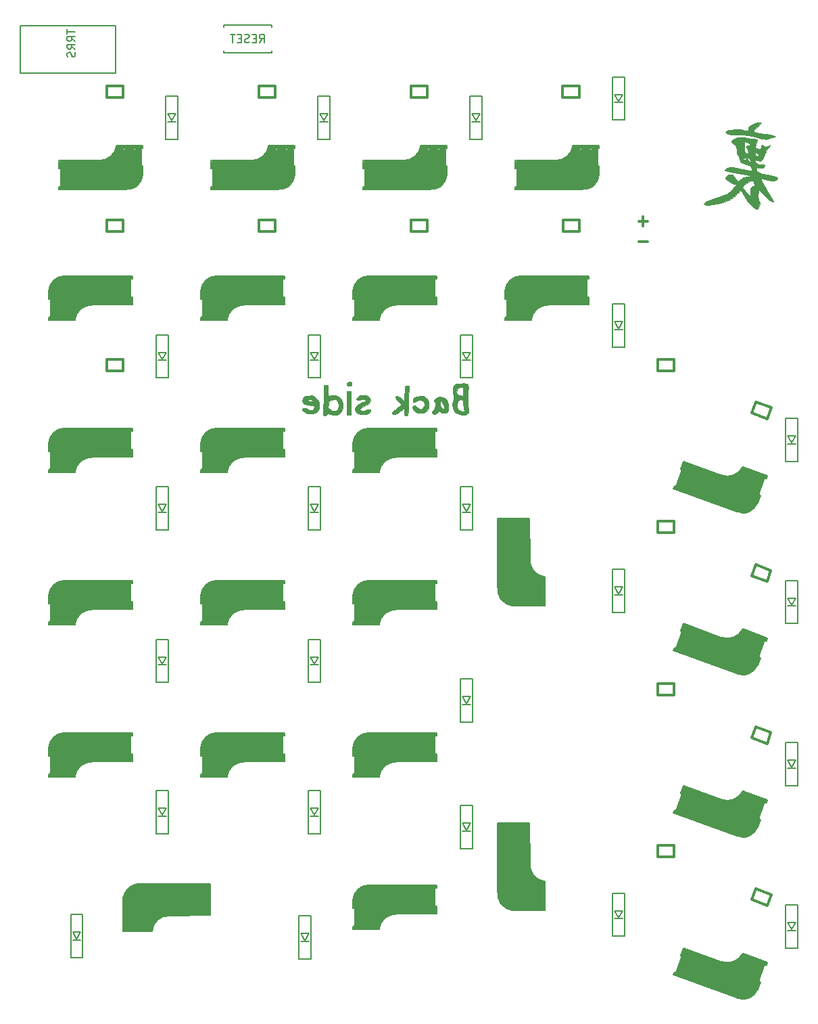
<source format=gbo>
G04 #@! TF.GenerationSoftware,KiCad,Pcbnew,(5.1.5)-3*
G04 #@! TF.CreationDate,2021-03-06T02:31:41+09:00*
G04 #@! TF.ProjectId,Getta25,47657474-6132-4352-9e6b-696361645f70,rev?*
G04 #@! TF.SameCoordinates,Original*
G04 #@! TF.FileFunction,Legend,Bot*
G04 #@! TF.FilePolarity,Positive*
%FSLAX46Y46*%
G04 Gerber Fmt 4.6, Leading zero omitted, Abs format (unit mm)*
G04 Created by KiCad (PCBNEW (5.1.5)-3) date 2021-03-06 02:31:41*
%MOMM*%
%LPD*%
G04 APERTURE LIST*
%ADD10C,0.300000*%
%ADD11C,0.150000*%
%ADD12C,0.800000*%
%ADD13C,3.000000*%
%ADD14C,0.500000*%
%ADD15C,1.000000*%
%ADD16C,3.500000*%
%ADD17C,0.400000*%
%ADD18C,0.010000*%
G04 APERTURE END LIST*
D10*
X103228571Y-37657142D02*
X104371428Y-37657142D01*
X103228571Y-35107142D02*
X104371428Y-35107142D01*
X103800000Y-35678571D02*
X103800000Y-34535714D01*
D11*
X33618750Y-121812500D02*
X32118750Y-121812500D01*
X33618750Y-127212500D02*
X33618750Y-121812500D01*
X32118750Y-127212500D02*
X33618750Y-127212500D01*
X32118750Y-121812500D02*
X32118750Y-127212500D01*
X33368750Y-124012500D02*
X32868750Y-124912500D01*
X32368750Y-124012500D02*
X33368750Y-124012500D01*
X32868750Y-124912500D02*
X32368750Y-124012500D01*
X32368750Y-125012500D02*
X33368750Y-125012500D01*
X57300000Y-14025000D02*
X51300000Y-14025000D01*
X51300000Y-14025000D02*
X51300000Y-13775000D01*
X57300000Y-14025000D02*
X57300000Y-13775000D01*
X57300000Y-10525000D02*
X57300000Y-10775000D01*
X57300000Y-10525000D02*
X51300000Y-10525000D01*
X51300000Y-10525000D02*
X51300000Y-10775000D01*
D10*
X38655000Y-18137500D02*
X38655000Y-19587500D01*
X38655000Y-19587500D02*
X36605000Y-19587500D01*
X36605000Y-19587500D02*
X36605000Y-18137500D01*
X36605000Y-18137500D02*
X38655000Y-18137500D01*
X93730000Y-18137500D02*
X95780000Y-18137500D01*
X93730000Y-19587500D02*
X93730000Y-18137500D01*
X95780000Y-19587500D02*
X93730000Y-19587500D01*
X95780000Y-18137500D02*
X95780000Y-19587500D01*
X76780000Y-18137500D02*
X76780000Y-19587500D01*
X76780000Y-19587500D02*
X74730000Y-19587500D01*
X74730000Y-19587500D02*
X74730000Y-18137500D01*
X74730000Y-18137500D02*
X76780000Y-18137500D01*
X55680000Y-18137500D02*
X57730000Y-18137500D01*
X55680000Y-19587500D02*
X55680000Y-18137500D01*
X57730000Y-19587500D02*
X55680000Y-19587500D01*
X57730000Y-18137500D02*
X57730000Y-19587500D01*
X118350540Y-110024550D02*
X118042723Y-110870272D01*
D12*
X118633139Y-107786215D02*
X118017503Y-109477661D01*
D13*
X116374215Y-110688656D02*
X117140341Y-108583745D01*
D14*
X109030655Y-106100299D02*
X110346225Y-106579127D01*
D15*
X108483078Y-108774277D02*
X109338128Y-106425046D01*
D16*
X110115102Y-108091272D02*
X116411043Y-110382807D01*
D11*
X108851354Y-105715785D02*
X108509333Y-106655478D01*
X108509333Y-106655478D02*
X108697272Y-106723882D01*
X108716066Y-106730722D02*
X107946520Y-108845031D01*
X107927727Y-108838190D02*
X107739788Y-108769786D01*
X118478712Y-109964782D02*
X118290773Y-109896378D01*
X118262583Y-109886117D02*
X119028708Y-107781205D01*
X119056899Y-107791466D02*
X119244837Y-107859870D01*
X119367964Y-107521581D02*
X119244837Y-107859870D01*
X118136692Y-110904474D02*
X118478712Y-109964782D01*
X119367964Y-107521581D02*
X116285773Y-106399755D01*
X113549817Y-107425886D02*
X108851354Y-105715785D01*
X107620081Y-109098679D02*
X115513500Y-111971648D01*
X116274969Y-106418670D02*
G75*
G02X113549817Y-107425886I-1921889J1009686D01*
G01*
X118136693Y-110904475D02*
G75*
G02X115513500Y-111971648I-1845183J778010D01*
G01*
X107739788Y-108769786D02*
X107620081Y-109098679D01*
D15*
X116514038Y-106931355D02*
G75*
G02X113788886Y-107938571I-1921889J1009686D01*
G01*
D14*
X119111622Y-107641115D02*
X116574452Y-106717661D01*
D17*
X107876424Y-108979144D02*
X109191993Y-109457972D01*
X108731474Y-106629913D02*
X108970888Y-105972128D01*
D11*
X123175000Y-120600000D02*
X121675000Y-120600000D01*
X123175000Y-126000000D02*
X123175000Y-120600000D01*
X121675000Y-126000000D02*
X123175000Y-126000000D01*
X121675000Y-120600000D02*
X121675000Y-126000000D01*
X122925000Y-122800000D02*
X122425000Y-123700000D01*
X121925000Y-122800000D02*
X122925000Y-122800000D01*
X122425000Y-123700000D02*
X121925000Y-122800000D01*
X121925000Y-123800000D02*
X122925000Y-123800000D01*
D10*
X119825837Y-119321789D02*
X119329908Y-120684343D01*
X119329908Y-120684343D02*
X117403538Y-119983202D01*
X117403538Y-119983202D02*
X117899467Y-118620648D01*
X117899467Y-118620648D02*
X119825837Y-119321789D01*
X117916568Y-57723663D02*
X119842938Y-58424804D01*
X117420639Y-59086217D02*
X117916568Y-57723663D01*
X119347009Y-59787358D02*
X117420639Y-59086217D01*
X119842938Y-58424804D02*
X119347009Y-59787358D01*
X119818997Y-78770582D02*
X119323068Y-80133136D01*
X119323068Y-80133136D02*
X117396698Y-79431995D01*
X117396698Y-79431995D02*
X117892627Y-78069441D01*
X117892627Y-78069441D02*
X119818997Y-78770582D01*
X117889207Y-98368838D02*
X119815577Y-99069979D01*
X117393278Y-99731392D02*
X117889207Y-98368838D01*
X119319648Y-100432533D02*
X117393278Y-99731392D01*
X119815577Y-99069979D02*
X119319648Y-100432533D01*
D11*
X37775000Y-10600000D02*
X25775000Y-10600000D01*
X37775000Y-16600000D02*
X37775000Y-10600000D01*
X25775000Y-16600000D02*
X37775000Y-16600000D01*
X25775000Y-10600000D02*
X25775000Y-16600000D01*
D17*
X108731474Y-86339913D02*
X108970888Y-85682128D01*
X107876424Y-88689144D02*
X109191993Y-89167972D01*
D14*
X119111622Y-87351115D02*
X116574452Y-86427661D01*
D15*
X116514038Y-86641355D02*
G75*
G02X113788886Y-87648571I-1921889J1009686D01*
G01*
D11*
X107739788Y-88479786D02*
X107620081Y-88808679D01*
X118136693Y-90614475D02*
G75*
G02X115513500Y-91681648I-1845183J778010D01*
G01*
X116274969Y-86128670D02*
G75*
G02X113549817Y-87135886I-1921889J1009686D01*
G01*
X107620081Y-88808679D02*
X115513500Y-91681648D01*
X113549817Y-87135886D02*
X108851354Y-85425785D01*
X119367964Y-87231581D02*
X116285773Y-86109755D01*
X118136692Y-90614474D02*
X118478712Y-89674782D01*
X119367964Y-87231581D02*
X119244837Y-87569870D01*
X119056899Y-87501466D02*
X119244837Y-87569870D01*
X118262583Y-89596117D02*
X119028708Y-87491205D01*
X118478712Y-89674782D02*
X118290773Y-89606378D01*
X107927727Y-88548190D02*
X107739788Y-88479786D01*
X108716066Y-86440722D02*
X107946520Y-88555031D01*
X108509333Y-86365478D02*
X108697272Y-86433882D01*
X108851354Y-85425785D02*
X108509333Y-86365478D01*
D16*
X110115102Y-87801272D02*
X116411043Y-90092807D01*
D15*
X108483078Y-88484277D02*
X109338128Y-86135046D01*
D14*
X109030655Y-85810299D02*
X110346225Y-86289127D01*
D13*
X116374215Y-90398656D02*
X117140341Y-88293745D01*
D12*
X118633139Y-87496215D02*
X118017503Y-89187661D01*
D10*
X118350540Y-89734550D02*
X118042723Y-90580272D01*
X67550000Y-82849999D02*
X67550000Y-81950000D01*
D12*
X68050000Y-85050000D02*
X68050000Y-83250001D01*
D13*
X69180000Y-81550000D02*
X69180000Y-83790000D01*
D14*
X77650000Y-83350000D02*
X76250000Y-83350000D01*
D15*
X77250000Y-80650000D02*
X77250000Y-83150000D01*
D16*
X75950000Y-81850000D02*
X69250000Y-81850000D01*
D11*
X77950000Y-83650000D02*
X77950000Y-82650000D01*
X77950000Y-82650000D02*
X77750000Y-82650000D01*
X77730000Y-82650000D02*
X77730000Y-80400000D01*
X77750000Y-80400000D02*
X77950000Y-80400000D01*
X67450000Y-82950000D02*
X67650000Y-82950000D01*
X67680000Y-82950000D02*
X67680000Y-85190000D01*
X67650000Y-85190000D02*
X67450000Y-85190000D01*
X67450000Y-85550000D02*
X67450000Y-85190000D01*
X67450000Y-81950000D02*
X67450000Y-82950000D01*
X67450000Y-85550000D02*
X70730000Y-85550000D01*
X72950000Y-83650000D02*
X77950000Y-83650000D01*
X77950000Y-80050000D02*
X69549999Y-80050000D01*
X70733682Y-85528529D02*
G75*
G02X72950000Y-83650000I2151318J-291471D01*
G01*
X67450000Y-81950001D02*
G75*
G02X69549999Y-80050000I2000000J-99999D01*
G01*
X77950000Y-80400000D02*
X77950000Y-80050000D01*
D15*
X70333682Y-85128529D02*
G75*
G02X72550000Y-83250000I2151318J-291471D01*
G01*
D14*
X67650000Y-85350000D02*
X70350000Y-85350000D01*
D17*
X77750000Y-80250000D02*
X76350000Y-80250000D01*
X77750000Y-82750000D02*
X77750000Y-83450000D01*
X58700000Y-82750000D02*
X58700000Y-83450000D01*
X58700000Y-80250000D02*
X57300000Y-80250000D01*
D14*
X48600000Y-85350000D02*
X51300000Y-85350000D01*
D15*
X51283682Y-85128529D02*
G75*
G02X53500000Y-83250000I2151318J-291471D01*
G01*
D11*
X58900000Y-80400000D02*
X58900000Y-80050000D01*
X48400000Y-81950001D02*
G75*
G02X50499999Y-80050000I2000000J-99999D01*
G01*
X51683682Y-85528529D02*
G75*
G02X53900000Y-83650000I2151318J-291471D01*
G01*
X58900000Y-80050000D02*
X50499999Y-80050000D01*
X53900000Y-83650000D02*
X58900000Y-83650000D01*
X48400000Y-85550000D02*
X51680000Y-85550000D01*
X48400000Y-81950000D02*
X48400000Y-82950000D01*
X48400000Y-85550000D02*
X48400000Y-85190000D01*
X48600000Y-85190000D02*
X48400000Y-85190000D01*
X48630000Y-82950000D02*
X48630000Y-85190000D01*
X48400000Y-82950000D02*
X48600000Y-82950000D01*
X58700000Y-80400000D02*
X58900000Y-80400000D01*
X58680000Y-82650000D02*
X58680000Y-80400000D01*
X58900000Y-82650000D02*
X58700000Y-82650000D01*
X58900000Y-83650000D02*
X58900000Y-82650000D01*
D16*
X56900000Y-81850000D02*
X50200000Y-81850000D01*
D15*
X58200000Y-80650000D02*
X58200000Y-83150000D01*
D14*
X58600000Y-83350000D02*
X57200000Y-83350000D01*
D13*
X50130000Y-81550000D02*
X50130000Y-83790000D01*
D12*
X49000000Y-85050000D02*
X49000000Y-83250001D01*
D10*
X48500000Y-82849999D02*
X48500000Y-81950000D01*
X29450000Y-82849999D02*
X29450000Y-81950000D01*
D12*
X29950000Y-85050000D02*
X29950000Y-83250001D01*
D13*
X31080000Y-81550000D02*
X31080000Y-83790000D01*
D14*
X39550000Y-83350000D02*
X38150000Y-83350000D01*
D15*
X39150000Y-80650000D02*
X39150000Y-83150000D01*
D16*
X37850000Y-81850000D02*
X31150000Y-81850000D01*
D11*
X39850000Y-83650000D02*
X39850000Y-82650000D01*
X39850000Y-82650000D02*
X39650000Y-82650000D01*
X39630000Y-82650000D02*
X39630000Y-80400000D01*
X39650000Y-80400000D02*
X39850000Y-80400000D01*
X29350000Y-82950000D02*
X29550000Y-82950000D01*
X29580000Y-82950000D02*
X29580000Y-85190000D01*
X29550000Y-85190000D02*
X29350000Y-85190000D01*
X29350000Y-85550000D02*
X29350000Y-85190000D01*
X29350000Y-81950000D02*
X29350000Y-82950000D01*
X29350000Y-85550000D02*
X32630000Y-85550000D01*
X34850000Y-83650000D02*
X39850000Y-83650000D01*
X39850000Y-80050000D02*
X31449999Y-80050000D01*
X32633682Y-85528529D02*
G75*
G02X34850000Y-83650000I2151318J-291471D01*
G01*
X29350000Y-81950001D02*
G75*
G02X31449999Y-80050000I2000000J-99999D01*
G01*
X39850000Y-80400000D02*
X39850000Y-80050000D01*
D15*
X32233682Y-85128529D02*
G75*
G02X34450000Y-83250000I2151318J-291471D01*
G01*
D14*
X29550000Y-85350000D02*
X32250000Y-85350000D01*
D17*
X39650000Y-80250000D02*
X38250000Y-80250000D01*
X39650000Y-82750000D02*
X39650000Y-83450000D01*
X77750000Y-44650000D02*
X77750000Y-45350000D01*
X77750000Y-42150000D02*
X76350000Y-42150000D01*
D14*
X67650000Y-47250000D02*
X70350000Y-47250000D01*
D15*
X70333682Y-47028529D02*
G75*
G02X72550000Y-45150000I2151318J-291471D01*
G01*
D11*
X77950000Y-42300000D02*
X77950000Y-41950000D01*
X67450000Y-43850001D02*
G75*
G02X69549999Y-41950000I2000000J-99999D01*
G01*
X70733682Y-47428529D02*
G75*
G02X72950000Y-45550000I2151318J-291471D01*
G01*
X77950000Y-41950000D02*
X69549999Y-41950000D01*
X72950000Y-45550000D02*
X77950000Y-45550000D01*
X67450000Y-47450000D02*
X70730000Y-47450000D01*
X67450000Y-43850000D02*
X67450000Y-44850000D01*
X67450000Y-47450000D02*
X67450000Y-47090000D01*
X67650000Y-47090000D02*
X67450000Y-47090000D01*
X67680000Y-44850000D02*
X67680000Y-47090000D01*
X67450000Y-44850000D02*
X67650000Y-44850000D01*
X77750000Y-42300000D02*
X77950000Y-42300000D01*
X77730000Y-44550000D02*
X77730000Y-42300000D01*
X77950000Y-44550000D02*
X77750000Y-44550000D01*
X77950000Y-45550000D02*
X77950000Y-44550000D01*
D16*
X75950000Y-43750000D02*
X69250000Y-43750000D01*
D15*
X77250000Y-42550000D02*
X77250000Y-45050000D01*
D14*
X77650000Y-45250000D02*
X76250000Y-45250000D01*
D13*
X69180000Y-43450000D02*
X69180000Y-45690000D01*
D12*
X68050000Y-46950000D02*
X68050000Y-45150001D01*
D10*
X67550000Y-44749999D02*
X67550000Y-43850000D01*
D17*
X58700000Y-101800000D02*
X58700000Y-102500000D01*
X58700000Y-99300000D02*
X57300000Y-99300000D01*
D14*
X48600000Y-104400000D02*
X51300000Y-104400000D01*
D15*
X51283682Y-104178529D02*
G75*
G02X53500000Y-102300000I2151318J-291471D01*
G01*
D11*
X58900000Y-99450000D02*
X58900000Y-99100000D01*
X48400000Y-101000001D02*
G75*
G02X50499999Y-99100000I2000000J-99999D01*
G01*
X51683682Y-104578529D02*
G75*
G02X53900000Y-102700000I2151318J-291471D01*
G01*
X58900000Y-99100000D02*
X50499999Y-99100000D01*
X53900000Y-102700000D02*
X58900000Y-102700000D01*
X48400000Y-104600000D02*
X51680000Y-104600000D01*
X48400000Y-101000000D02*
X48400000Y-102000000D01*
X48400000Y-104600000D02*
X48400000Y-104240000D01*
X48600000Y-104240000D02*
X48400000Y-104240000D01*
X48630000Y-102000000D02*
X48630000Y-104240000D01*
X48400000Y-102000000D02*
X48600000Y-102000000D01*
X58700000Y-99450000D02*
X58900000Y-99450000D01*
X58680000Y-101700000D02*
X58680000Y-99450000D01*
X58900000Y-101700000D02*
X58700000Y-101700000D01*
X58900000Y-102700000D02*
X58900000Y-101700000D01*
D16*
X56900000Y-100900000D02*
X50200000Y-100900000D01*
D15*
X58200000Y-99700000D02*
X58200000Y-102200000D01*
D14*
X58600000Y-102400000D02*
X57200000Y-102400000D01*
D13*
X50130000Y-100600000D02*
X50130000Y-102840000D01*
D12*
X49000000Y-104100000D02*
X49000000Y-102300001D01*
D10*
X48500000Y-101899999D02*
X48500000Y-101000000D01*
X29450000Y-101899999D02*
X29450000Y-101000000D01*
D12*
X29950000Y-104100000D02*
X29950000Y-102300001D01*
D13*
X31080000Y-100600000D02*
X31080000Y-102840000D01*
D14*
X39550000Y-102400000D02*
X38150000Y-102400000D01*
D15*
X39150000Y-99700000D02*
X39150000Y-102200000D01*
D16*
X37850000Y-100900000D02*
X31150000Y-100900000D01*
D11*
X39850000Y-102700000D02*
X39850000Y-101700000D01*
X39850000Y-101700000D02*
X39650000Y-101700000D01*
X39630000Y-101700000D02*
X39630000Y-99450000D01*
X39650000Y-99450000D02*
X39850000Y-99450000D01*
X29350000Y-102000000D02*
X29550000Y-102000000D01*
X29580000Y-102000000D02*
X29580000Y-104240000D01*
X29550000Y-104240000D02*
X29350000Y-104240000D01*
X29350000Y-104600000D02*
X29350000Y-104240000D01*
X29350000Y-101000000D02*
X29350000Y-102000000D01*
X29350000Y-104600000D02*
X32630000Y-104600000D01*
X34850000Y-102700000D02*
X39850000Y-102700000D01*
X39850000Y-99100000D02*
X31449999Y-99100000D01*
X32633682Y-104578529D02*
G75*
G02X34850000Y-102700000I2151318J-291471D01*
G01*
X29350000Y-101000001D02*
G75*
G02X31449999Y-99100000I2000000J-99999D01*
G01*
X39850000Y-99450000D02*
X39850000Y-99100000D01*
D15*
X32233682Y-104178529D02*
G75*
G02X34450000Y-102300000I2151318J-291471D01*
G01*
D14*
X29550000Y-104400000D02*
X32250000Y-104400000D01*
D17*
X39650000Y-99300000D02*
X38250000Y-99300000D01*
X39650000Y-101800000D02*
X39650000Y-102500000D01*
X108731474Y-126909913D02*
X108970888Y-126252128D01*
X107876424Y-129259144D02*
X109191993Y-129737972D01*
D14*
X119111622Y-127921115D02*
X116574452Y-126997661D01*
D15*
X116514038Y-127211355D02*
G75*
G02X113788886Y-128218571I-1921889J1009686D01*
G01*
D11*
X107739788Y-129049786D02*
X107620081Y-129378679D01*
X118136693Y-131184475D02*
G75*
G02X115513500Y-132251648I-1845183J778010D01*
G01*
X116274969Y-126698670D02*
G75*
G02X113549817Y-127705886I-1921889J1009686D01*
G01*
X107620081Y-129378679D02*
X115513500Y-132251648D01*
X113549817Y-127705886D02*
X108851354Y-125995785D01*
X119367964Y-127801581D02*
X116285773Y-126679755D01*
X118136692Y-131184474D02*
X118478712Y-130244782D01*
X119367964Y-127801581D02*
X119244837Y-128139870D01*
X119056899Y-128071466D02*
X119244837Y-128139870D01*
X118262583Y-130166117D02*
X119028708Y-128061205D01*
X118478712Y-130244782D02*
X118290773Y-130176378D01*
X107927727Y-129118190D02*
X107739788Y-129049786D01*
X108716066Y-127010722D02*
X107946520Y-129125031D01*
X108509333Y-126935478D02*
X108697272Y-127003882D01*
X108851354Y-125995785D02*
X108509333Y-126935478D01*
D16*
X110115102Y-128371272D02*
X116411043Y-130662807D01*
D15*
X108483078Y-129054277D02*
X109338128Y-126705046D01*
D14*
X109030655Y-126380299D02*
X110346225Y-126859127D01*
D13*
X116374215Y-130968656D02*
X117140341Y-128863745D01*
D12*
X118633139Y-128066215D02*
X118017503Y-129757661D01*
D10*
X118350540Y-130304550D02*
X118042723Y-131150272D01*
X67550000Y-120949999D02*
X67550000Y-120050000D01*
D12*
X68050000Y-123150000D02*
X68050000Y-121350001D01*
D13*
X69180000Y-119650000D02*
X69180000Y-121890000D01*
D14*
X77650000Y-121450000D02*
X76250000Y-121450000D01*
D15*
X77250000Y-118750000D02*
X77250000Y-121250000D01*
D16*
X75950000Y-119950000D02*
X69250000Y-119950000D01*
D11*
X77950000Y-121750000D02*
X77950000Y-120750000D01*
X77950000Y-120750000D02*
X77750000Y-120750000D01*
X77730000Y-120750000D02*
X77730000Y-118500000D01*
X77750000Y-118500000D02*
X77950000Y-118500000D01*
X67450000Y-121050000D02*
X67650000Y-121050000D01*
X67680000Y-121050000D02*
X67680000Y-123290000D01*
X67650000Y-123290000D02*
X67450000Y-123290000D01*
X67450000Y-123650000D02*
X67450000Y-123290000D01*
X67450000Y-120050000D02*
X67450000Y-121050000D01*
X67450000Y-123650000D02*
X70730000Y-123650000D01*
X72950000Y-121750000D02*
X77950000Y-121750000D01*
X77950000Y-118150000D02*
X69549999Y-118150000D01*
X70733682Y-123628529D02*
G75*
G02X72950000Y-121750000I2151318J-291471D01*
G01*
X67450000Y-120050001D02*
G75*
G02X69549999Y-118150000I2000000J-99999D01*
G01*
X77950000Y-118500000D02*
X77950000Y-118150000D01*
D15*
X70333682Y-123228529D02*
G75*
G02X72550000Y-121350000I2151318J-291471D01*
G01*
D14*
X67650000Y-123450000D02*
X70350000Y-123450000D01*
D17*
X77750000Y-118350000D02*
X76350000Y-118350000D01*
X77750000Y-120850000D02*
X77750000Y-121550000D01*
X58700000Y-63700000D02*
X58700000Y-64400000D01*
X58700000Y-61200000D02*
X57300000Y-61200000D01*
D14*
X48600000Y-66300000D02*
X51300000Y-66300000D01*
D15*
X51283682Y-66078529D02*
G75*
G02X53500000Y-64200000I2151318J-291471D01*
G01*
D11*
X58900000Y-61350000D02*
X58900000Y-61000000D01*
X48400000Y-62900001D02*
G75*
G02X50499999Y-61000000I2000000J-99999D01*
G01*
X51683682Y-66478529D02*
G75*
G02X53900000Y-64600000I2151318J-291471D01*
G01*
X58900000Y-61000000D02*
X50499999Y-61000000D01*
X53900000Y-64600000D02*
X58900000Y-64600000D01*
X48400000Y-66500000D02*
X51680000Y-66500000D01*
X48400000Y-62900000D02*
X48400000Y-63900000D01*
X48400000Y-66500000D02*
X48400000Y-66140000D01*
X48600000Y-66140000D02*
X48400000Y-66140000D01*
X48630000Y-63900000D02*
X48630000Y-66140000D01*
X48400000Y-63900000D02*
X48600000Y-63900000D01*
X58700000Y-61350000D02*
X58900000Y-61350000D01*
X58680000Y-63600000D02*
X58680000Y-61350000D01*
X58900000Y-63600000D02*
X58700000Y-63600000D01*
X58900000Y-64600000D02*
X58900000Y-63600000D01*
D16*
X56900000Y-62800000D02*
X50200000Y-62800000D01*
D15*
X58200000Y-61600000D02*
X58200000Y-64100000D01*
D14*
X58600000Y-64300000D02*
X57200000Y-64300000D01*
D13*
X50130000Y-62500000D02*
X50130000Y-64740000D01*
D12*
X49000000Y-66000000D02*
X49000000Y-64200001D01*
D10*
X48500000Y-63799999D02*
X48500000Y-62900000D01*
X29450000Y-63799999D02*
X29450000Y-62900000D01*
D12*
X29950000Y-66000000D02*
X29950000Y-64200001D01*
D13*
X31080000Y-62500000D02*
X31080000Y-64740000D01*
D14*
X39550000Y-64300000D02*
X38150000Y-64300000D01*
D15*
X39150000Y-61600000D02*
X39150000Y-64100000D01*
D16*
X37850000Y-62800000D02*
X31150000Y-62800000D01*
D11*
X39850000Y-64600000D02*
X39850000Y-63600000D01*
X39850000Y-63600000D02*
X39650000Y-63600000D01*
X39630000Y-63600000D02*
X39630000Y-61350000D01*
X39650000Y-61350000D02*
X39850000Y-61350000D01*
X29350000Y-63900000D02*
X29550000Y-63900000D01*
X29580000Y-63900000D02*
X29580000Y-66140000D01*
X29550000Y-66140000D02*
X29350000Y-66140000D01*
X29350000Y-66500000D02*
X29350000Y-66140000D01*
X29350000Y-62900000D02*
X29350000Y-63900000D01*
X29350000Y-66500000D02*
X32630000Y-66500000D01*
X34850000Y-64600000D02*
X39850000Y-64600000D01*
X39850000Y-61000000D02*
X31449999Y-61000000D01*
X32633682Y-66478529D02*
G75*
G02X34850000Y-64600000I2151318J-291471D01*
G01*
X29350000Y-62900001D02*
G75*
G02X31449999Y-61000000I2000000J-99999D01*
G01*
X39850000Y-61350000D02*
X39850000Y-61000000D01*
D15*
X32233682Y-66078529D02*
G75*
G02X34450000Y-64200000I2151318J-291471D01*
G01*
D14*
X29550000Y-66300000D02*
X32250000Y-66300000D01*
D17*
X39650000Y-61200000D02*
X38250000Y-61200000D01*
X39650000Y-63700000D02*
X39650000Y-64400000D01*
X88000000Y-28400000D02*
X88000000Y-27700000D01*
X88000000Y-30900000D02*
X89400000Y-30900000D01*
D14*
X98100000Y-25800000D02*
X95400000Y-25800000D01*
D15*
X95416318Y-26021471D02*
G75*
G02X93200000Y-27900000I-2151318J291471D01*
G01*
D11*
X87800000Y-30750000D02*
X87800000Y-31100000D01*
X98300000Y-29199999D02*
G75*
G02X96200001Y-31100000I-2000000J99999D01*
G01*
X95016318Y-25621471D02*
G75*
G02X92800000Y-27500000I-2151318J291471D01*
G01*
X87800000Y-31100000D02*
X96200001Y-31100000D01*
X92800000Y-27500000D02*
X87800000Y-27500000D01*
X98300000Y-25600000D02*
X95020000Y-25600000D01*
X98300000Y-29200000D02*
X98300000Y-28200000D01*
X98300000Y-25600000D02*
X98300000Y-25960000D01*
X98100000Y-25960000D02*
X98300000Y-25960000D01*
X98070000Y-28200000D02*
X98070000Y-25960000D01*
X98300000Y-28200000D02*
X98100000Y-28200000D01*
X88000000Y-30750000D02*
X87800000Y-30750000D01*
X88020000Y-28500000D02*
X88020000Y-30750000D01*
X87800000Y-28500000D02*
X88000000Y-28500000D01*
X87800000Y-27500000D02*
X87800000Y-28500000D01*
D16*
X89800000Y-29300000D02*
X96500000Y-29300000D01*
D15*
X88500000Y-30500000D02*
X88500000Y-28000000D01*
D14*
X88100000Y-27800000D02*
X89500000Y-27800000D01*
D13*
X96570000Y-29600000D02*
X96570000Y-27360000D01*
D12*
X97700000Y-26100000D02*
X97700000Y-27899999D01*
D10*
X98200000Y-28300001D02*
X98200000Y-29200000D01*
X79150000Y-28300001D02*
X79150000Y-29200000D01*
D12*
X78650000Y-26100000D02*
X78650000Y-27899999D01*
D13*
X77520000Y-29600000D02*
X77520000Y-27360000D01*
D14*
X69050000Y-27800000D02*
X70450000Y-27800000D01*
D15*
X69450000Y-30500000D02*
X69450000Y-28000000D01*
D16*
X70750000Y-29300000D02*
X77450000Y-29300000D01*
D11*
X68750000Y-27500000D02*
X68750000Y-28500000D01*
X68750000Y-28500000D02*
X68950000Y-28500000D01*
X68970000Y-28500000D02*
X68970000Y-30750000D01*
X68950000Y-30750000D02*
X68750000Y-30750000D01*
X79250000Y-28200000D02*
X79050000Y-28200000D01*
X79020000Y-28200000D02*
X79020000Y-25960000D01*
X79050000Y-25960000D02*
X79250000Y-25960000D01*
X79250000Y-25600000D02*
X79250000Y-25960000D01*
X79250000Y-29200000D02*
X79250000Y-28200000D01*
X79250000Y-25600000D02*
X75970000Y-25600000D01*
X73750000Y-27500000D02*
X68750000Y-27500000D01*
X68750000Y-31100000D02*
X77150001Y-31100000D01*
X75966318Y-25621471D02*
G75*
G02X73750000Y-27500000I-2151318J291471D01*
G01*
X79250000Y-29199999D02*
G75*
G02X77150001Y-31100000I-2000000J99999D01*
G01*
X68750000Y-30750000D02*
X68750000Y-31100000D01*
D15*
X76366318Y-26021471D02*
G75*
G02X74150000Y-27900000I-2151318J291471D01*
G01*
D14*
X79050000Y-25800000D02*
X76350000Y-25800000D01*
D17*
X68950000Y-30900000D02*
X70350000Y-30900000D01*
X68950000Y-28400000D02*
X68950000Y-27700000D01*
X49900000Y-28400000D02*
X49900000Y-27700000D01*
X49900000Y-30900000D02*
X51300000Y-30900000D01*
D14*
X60000000Y-25800000D02*
X57300000Y-25800000D01*
D15*
X57316318Y-26021471D02*
G75*
G02X55100000Y-27900000I-2151318J291471D01*
G01*
D11*
X49700000Y-30750000D02*
X49700000Y-31100000D01*
X60200000Y-29199999D02*
G75*
G02X58100001Y-31100000I-2000000J99999D01*
G01*
X56916318Y-25621471D02*
G75*
G02X54700000Y-27500000I-2151318J291471D01*
G01*
X49700000Y-31100000D02*
X58100001Y-31100000D01*
X54700000Y-27500000D02*
X49700000Y-27500000D01*
X60200000Y-25600000D02*
X56920000Y-25600000D01*
X60200000Y-29200000D02*
X60200000Y-28200000D01*
X60200000Y-25600000D02*
X60200000Y-25960000D01*
X60000000Y-25960000D02*
X60200000Y-25960000D01*
X59970000Y-28200000D02*
X59970000Y-25960000D01*
X60200000Y-28200000D02*
X60000000Y-28200000D01*
X49900000Y-30750000D02*
X49700000Y-30750000D01*
X49920000Y-28500000D02*
X49920000Y-30750000D01*
X49700000Y-28500000D02*
X49900000Y-28500000D01*
X49700000Y-27500000D02*
X49700000Y-28500000D01*
D16*
X51700000Y-29300000D02*
X58400000Y-29300000D01*
D15*
X50400000Y-30500000D02*
X50400000Y-28000000D01*
D14*
X50000000Y-27800000D02*
X51400000Y-27800000D01*
D13*
X58470000Y-29600000D02*
X58470000Y-27360000D01*
D12*
X59600000Y-26100000D02*
X59600000Y-27899999D01*
D10*
X60100000Y-28300001D02*
X60100000Y-29200000D01*
X41050000Y-28300001D02*
X41050000Y-29200000D01*
D12*
X40550000Y-26100000D02*
X40550000Y-27899999D01*
D13*
X39420000Y-29600000D02*
X39420000Y-27360000D01*
D14*
X30950000Y-27800000D02*
X32350000Y-27800000D01*
D15*
X31350000Y-30500000D02*
X31350000Y-28000000D01*
D16*
X32650000Y-29300000D02*
X39350000Y-29300000D01*
D11*
X30650000Y-27500000D02*
X30650000Y-28500000D01*
X30650000Y-28500000D02*
X30850000Y-28500000D01*
X30870000Y-28500000D02*
X30870000Y-30750000D01*
X30850000Y-30750000D02*
X30650000Y-30750000D01*
X41150000Y-28200000D02*
X40950000Y-28200000D01*
X40920000Y-28200000D02*
X40920000Y-25960000D01*
X40950000Y-25960000D02*
X41150000Y-25960000D01*
X41150000Y-25600000D02*
X41150000Y-25960000D01*
X41150000Y-29200000D02*
X41150000Y-28200000D01*
X41150000Y-25600000D02*
X37870000Y-25600000D01*
X35650000Y-27500000D02*
X30650000Y-27500000D01*
X30650000Y-31100000D02*
X39050001Y-31100000D01*
X37866318Y-25621471D02*
G75*
G02X35650000Y-27500000I-2151318J291471D01*
G01*
X41150000Y-29199999D02*
G75*
G02X39050001Y-31100000I-2000000J99999D01*
G01*
X30650000Y-30750000D02*
X30650000Y-31100000D01*
D15*
X38266318Y-26021471D02*
G75*
G02X36050000Y-27900000I-2151318J291471D01*
G01*
D14*
X40950000Y-25800000D02*
X38250000Y-25800000D01*
D17*
X30850000Y-30900000D02*
X32250000Y-30900000D01*
X30850000Y-28400000D02*
X30850000Y-27700000D01*
X96800000Y-44650000D02*
X96800000Y-45350000D01*
X96800000Y-42150000D02*
X95400000Y-42150000D01*
D14*
X86700000Y-47250000D02*
X89400000Y-47250000D01*
D15*
X89383682Y-47028529D02*
G75*
G02X91600000Y-45150000I2151318J-291471D01*
G01*
D11*
X97000000Y-42300000D02*
X97000000Y-41950000D01*
X86500000Y-43850001D02*
G75*
G02X88599999Y-41950000I2000000J-99999D01*
G01*
X89783682Y-47428529D02*
G75*
G02X92000000Y-45550000I2151318J-291471D01*
G01*
X97000000Y-41950000D02*
X88599999Y-41950000D01*
X92000000Y-45550000D02*
X97000000Y-45550000D01*
X86500000Y-47450000D02*
X89780000Y-47450000D01*
X86500000Y-43850000D02*
X86500000Y-44850000D01*
X86500000Y-47450000D02*
X86500000Y-47090000D01*
X86700000Y-47090000D02*
X86500000Y-47090000D01*
X86730000Y-44850000D02*
X86730000Y-47090000D01*
X86500000Y-44850000D02*
X86700000Y-44850000D01*
X96800000Y-42300000D02*
X97000000Y-42300000D01*
X96780000Y-44550000D02*
X96780000Y-42300000D01*
X97000000Y-44550000D02*
X96800000Y-44550000D01*
X97000000Y-45550000D02*
X97000000Y-44550000D01*
D16*
X95000000Y-43750000D02*
X88300000Y-43750000D01*
D15*
X96300000Y-42550000D02*
X96300000Y-45050000D01*
D14*
X96700000Y-45250000D02*
X95300000Y-45250000D01*
D13*
X88230000Y-43450000D02*
X88230000Y-45690000D01*
D12*
X87100000Y-46950000D02*
X87100000Y-45150001D01*
D10*
X86600000Y-44749999D02*
X86600000Y-43850000D01*
X67550000Y-101899999D02*
X67550000Y-101000000D01*
D12*
X68050000Y-104100000D02*
X68050000Y-102300001D01*
D13*
X69180000Y-100600000D02*
X69180000Y-102840000D01*
D14*
X77650000Y-102400000D02*
X76250000Y-102400000D01*
D15*
X77250000Y-99700000D02*
X77250000Y-102200000D01*
D16*
X75950000Y-100900000D02*
X69250000Y-100900000D01*
D11*
X77950000Y-102700000D02*
X77950000Y-101700000D01*
X77950000Y-101700000D02*
X77750000Y-101700000D01*
X77730000Y-101700000D02*
X77730000Y-99450000D01*
X77750000Y-99450000D02*
X77950000Y-99450000D01*
X67450000Y-102000000D02*
X67650000Y-102000000D01*
X67680000Y-102000000D02*
X67680000Y-104240000D01*
X67650000Y-104240000D02*
X67450000Y-104240000D01*
X67450000Y-104600000D02*
X67450000Y-104240000D01*
X67450000Y-101000000D02*
X67450000Y-102000000D01*
X67450000Y-104600000D02*
X70730000Y-104600000D01*
X72950000Y-102700000D02*
X77950000Y-102700000D01*
X77950000Y-99100000D02*
X69549999Y-99100000D01*
X70733682Y-104578529D02*
G75*
G02X72950000Y-102700000I2151318J-291471D01*
G01*
X67450000Y-101000001D02*
G75*
G02X69549999Y-99100000I2000000J-99999D01*
G01*
X77950000Y-99450000D02*
X77950000Y-99100000D01*
D15*
X70333682Y-104178529D02*
G75*
G02X72550000Y-102300000I2151318J-291471D01*
G01*
D14*
X67650000Y-104400000D02*
X70350000Y-104400000D01*
D17*
X77750000Y-99300000D02*
X76350000Y-99300000D01*
X77750000Y-101800000D02*
X77750000Y-102500000D01*
X58700000Y-44650000D02*
X58700000Y-45350000D01*
X58700000Y-42150000D02*
X57300000Y-42150000D01*
D14*
X48600000Y-47250000D02*
X51300000Y-47250000D01*
D15*
X51283682Y-47028529D02*
G75*
G02X53500000Y-45150000I2151318J-291471D01*
G01*
D11*
X58900000Y-42300000D02*
X58900000Y-41950000D01*
X48400000Y-43850001D02*
G75*
G02X50499999Y-41950000I2000000J-99999D01*
G01*
X51683682Y-47428529D02*
G75*
G02X53900000Y-45550000I2151318J-291471D01*
G01*
X58900000Y-41950000D02*
X50499999Y-41950000D01*
X53900000Y-45550000D02*
X58900000Y-45550000D01*
X48400000Y-47450000D02*
X51680000Y-47450000D01*
X48400000Y-43850000D02*
X48400000Y-44850000D01*
X48400000Y-47450000D02*
X48400000Y-47090000D01*
X48600000Y-47090000D02*
X48400000Y-47090000D01*
X48630000Y-44850000D02*
X48630000Y-47090000D01*
X48400000Y-44850000D02*
X48600000Y-44850000D01*
X58700000Y-42300000D02*
X58900000Y-42300000D01*
X58680000Y-44550000D02*
X58680000Y-42300000D01*
X58900000Y-44550000D02*
X58700000Y-44550000D01*
X58900000Y-45550000D02*
X58900000Y-44550000D01*
D16*
X56900000Y-43750000D02*
X50200000Y-43750000D01*
D15*
X58200000Y-42550000D02*
X58200000Y-45050000D01*
D14*
X58600000Y-45250000D02*
X57200000Y-45250000D01*
D13*
X50130000Y-43450000D02*
X50130000Y-45690000D01*
D12*
X49000000Y-46950000D02*
X49000000Y-45150001D01*
D10*
X48500000Y-44749999D02*
X48500000Y-43850000D01*
X29450000Y-44749999D02*
X29450000Y-43850000D01*
D12*
X29950000Y-46950000D02*
X29950000Y-45150001D01*
D13*
X31080000Y-43450000D02*
X31080000Y-45690000D01*
D14*
X39550000Y-45250000D02*
X38150000Y-45250000D01*
D15*
X39150000Y-42550000D02*
X39150000Y-45050000D01*
D16*
X37850000Y-43750000D02*
X31150000Y-43750000D01*
D11*
X39850000Y-45550000D02*
X39850000Y-44550000D01*
X39850000Y-44550000D02*
X39650000Y-44550000D01*
X39630000Y-44550000D02*
X39630000Y-42300000D01*
X39650000Y-42300000D02*
X39850000Y-42300000D01*
X29350000Y-44850000D02*
X29550000Y-44850000D01*
X29580000Y-44850000D02*
X29580000Y-47090000D01*
X29550000Y-47090000D02*
X29350000Y-47090000D01*
X29350000Y-47450000D02*
X29350000Y-47090000D01*
X29350000Y-43850000D02*
X29350000Y-44850000D01*
X29350000Y-47450000D02*
X32630000Y-47450000D01*
X34850000Y-45550000D02*
X39850000Y-45550000D01*
X39850000Y-41950000D02*
X31449999Y-41950000D01*
X32633682Y-47428529D02*
G75*
G02X34850000Y-45550000I2151318J-291471D01*
G01*
X29350000Y-43850001D02*
G75*
G02X31449999Y-41950000I2000000J-99999D01*
G01*
X39850000Y-42300000D02*
X39850000Y-41950000D01*
D15*
X32233682Y-47028529D02*
G75*
G02X34450000Y-45150000I2151318J-291471D01*
G01*
D14*
X29550000Y-47250000D02*
X32250000Y-47250000D01*
D17*
X39650000Y-42150000D02*
X38250000Y-42150000D01*
X39650000Y-44650000D02*
X39650000Y-45350000D01*
D10*
X118350540Y-69454550D02*
X118042723Y-70300272D01*
D12*
X118633139Y-67216215D02*
X118017503Y-68907661D01*
D13*
X116374215Y-70118656D02*
X117140341Y-68013745D01*
D14*
X109030655Y-65530299D02*
X110346225Y-66009127D01*
D15*
X108483078Y-68204277D02*
X109338128Y-65855046D01*
D16*
X110115102Y-67521272D02*
X116411043Y-69812807D01*
D11*
X108851353Y-65145785D02*
X108509334Y-66085478D01*
X108509334Y-66085478D02*
X108697272Y-66153882D01*
X108716066Y-66160722D02*
X107946520Y-68275031D01*
X107927726Y-68268190D02*
X107739788Y-68199786D01*
X118478712Y-69394782D02*
X118290773Y-69326378D01*
X118262583Y-69316117D02*
X119028708Y-67211205D01*
X119056899Y-67221465D02*
X119244837Y-67289870D01*
X119367964Y-66951581D02*
X119244837Y-67289870D01*
X118136692Y-70334474D02*
X118478712Y-69394782D01*
X119367964Y-66951581D02*
X116285773Y-65829755D01*
X113549816Y-66855886D02*
X108851353Y-65145785D01*
X107620081Y-68528679D02*
X115513500Y-71401648D01*
X116274968Y-65848672D02*
G75*
G02X113549816Y-66855886I-1921888J1009687D01*
G01*
X118136693Y-70334475D02*
G75*
G02X115513500Y-71401648I-1845183J778010D01*
G01*
X107739788Y-68199786D02*
X107620081Y-68528679D01*
D15*
X116514038Y-66361355D02*
G75*
G02X113788886Y-67368571I-1921889J1009686D01*
G01*
D14*
X119111622Y-67071115D02*
X116574452Y-66147661D01*
D17*
X107876424Y-68409143D02*
X109191993Y-68887972D01*
X108731474Y-66059913D02*
X108970888Y-65402128D01*
D10*
X67550000Y-63799999D02*
X67550000Y-62900000D01*
D12*
X68050000Y-66000000D02*
X68050000Y-64200001D01*
D13*
X69180000Y-62500000D02*
X69180000Y-64740000D01*
D14*
X77650000Y-64300000D02*
X76250000Y-64300000D01*
D15*
X77250000Y-61600000D02*
X77250000Y-64100000D01*
D16*
X75950000Y-62800000D02*
X69250000Y-62800000D01*
D11*
X77950000Y-64600000D02*
X77950000Y-63600000D01*
X77950000Y-63600000D02*
X77750000Y-63600000D01*
X77730000Y-63600000D02*
X77730000Y-61350000D01*
X77750000Y-61350000D02*
X77950000Y-61350000D01*
X67450000Y-63900000D02*
X67650000Y-63900000D01*
X67680000Y-63900000D02*
X67680000Y-66140000D01*
X67650000Y-66140000D02*
X67450000Y-66140000D01*
X67450000Y-66500000D02*
X67450000Y-66140000D01*
X67450000Y-62900000D02*
X67450000Y-63900000D01*
X67450000Y-66500000D02*
X70730000Y-66500000D01*
X72950000Y-64600000D02*
X77950000Y-64600000D01*
X77950000Y-61000000D02*
X69549999Y-61000000D01*
X70733682Y-66478529D02*
G75*
G02X72950000Y-64600000I2151318J-291471D01*
G01*
X67450000Y-62900001D02*
G75*
G02X69549999Y-61000000I2000000J-99999D01*
G01*
X77950000Y-61350000D02*
X77950000Y-61000000D01*
D15*
X70333682Y-66078529D02*
G75*
G02X72550000Y-64200000I2151318J-291471D01*
G01*
D14*
X67650000Y-66300000D02*
X70350000Y-66300000D01*
D17*
X77750000Y-61200000D02*
X76350000Y-61200000D01*
X77750000Y-63700000D02*
X77750000Y-64400000D01*
D11*
G36*
X91540000Y-83205000D02*
G01*
X91530000Y-79605000D01*
X91130000Y-79545000D01*
X90780000Y-79395000D01*
X90210000Y-79015000D01*
X89910000Y-78605000D01*
X89720000Y-78245000D01*
X89630000Y-77905000D01*
X89570000Y-72305000D01*
X85620000Y-72305000D01*
X85620000Y-81125000D01*
X85720000Y-81805000D01*
X85950000Y-82255000D01*
X86280000Y-82645000D01*
X86750000Y-82965000D01*
X87390000Y-83195000D01*
X88180000Y-83215000D01*
X91540000Y-83205000D01*
G37*
X91540000Y-83205000D02*
X91530000Y-79605000D01*
X91130000Y-79545000D01*
X90780000Y-79395000D01*
X90210000Y-79015000D01*
X89910000Y-78605000D01*
X89720000Y-78245000D01*
X89630000Y-77905000D01*
X89570000Y-72305000D01*
X85620000Y-72305000D01*
X85620000Y-81125000D01*
X85720000Y-81805000D01*
X85950000Y-82255000D01*
X86280000Y-82645000D01*
X86750000Y-82965000D01*
X87390000Y-83195000D01*
X88180000Y-83215000D01*
X91540000Y-83205000D01*
X91500000Y-79590000D02*
G75*
G02X89620000Y-77330000I190000J2070000D01*
G01*
X87500000Y-83194000D02*
G75*
G02X85616000Y-80930000I190000J2074000D01*
G01*
X89570000Y-72305000D02*
X89616000Y-77355000D01*
X89524000Y-72305000D02*
X85616000Y-72305000D01*
X85616000Y-72305000D02*
X85616000Y-80930000D01*
X87570000Y-83205000D02*
X91515000Y-83205000D01*
X91524000Y-83205000D02*
X91524000Y-79595000D01*
X38695000Y-123874000D02*
X42305000Y-123874000D01*
X38695000Y-119920000D02*
X38695000Y-123865000D01*
X49595000Y-117966000D02*
X40970000Y-117966000D01*
X49595000Y-121874000D02*
X49595000Y-117966000D01*
X49595000Y-121920000D02*
X44545000Y-121966000D01*
X38706000Y-119850000D02*
G75*
G02X40970000Y-117966000I2074000J-190000D01*
G01*
X42310000Y-123850000D02*
G75*
G02X44570000Y-121970000I2070000J-190000D01*
G01*
G36*
X38695000Y-123890000D02*
G01*
X42295000Y-123880000D01*
X42355000Y-123480000D01*
X42505000Y-123130000D01*
X42885000Y-122560000D01*
X43295000Y-122260000D01*
X43655000Y-122070000D01*
X43995000Y-121980000D01*
X49595000Y-121920000D01*
X49595000Y-117970000D01*
X40775000Y-117970000D01*
X40095000Y-118070000D01*
X39645000Y-118300000D01*
X39255000Y-118630000D01*
X38935000Y-119100000D01*
X38705000Y-119740000D01*
X38685000Y-120530000D01*
X38695000Y-123890000D01*
G37*
X38695000Y-123890000D02*
X42295000Y-123880000D01*
X42355000Y-123480000D01*
X42505000Y-123130000D01*
X42885000Y-122560000D01*
X43295000Y-122260000D01*
X43655000Y-122070000D01*
X43995000Y-121980000D01*
X49595000Y-121920000D01*
X49595000Y-117970000D01*
X40775000Y-117970000D01*
X40095000Y-118070000D01*
X39645000Y-118300000D01*
X39255000Y-118630000D01*
X38935000Y-119100000D01*
X38705000Y-119740000D01*
X38685000Y-120530000D01*
X38695000Y-123890000D01*
G36*
X91540000Y-121305000D02*
G01*
X91530000Y-117705000D01*
X91130000Y-117645000D01*
X90780000Y-117495000D01*
X90210000Y-117115000D01*
X89910000Y-116705000D01*
X89720000Y-116345000D01*
X89630000Y-116005000D01*
X89570000Y-110405000D01*
X85620000Y-110405000D01*
X85620000Y-119225000D01*
X85720000Y-119905000D01*
X85950000Y-120355000D01*
X86280000Y-120745000D01*
X86750000Y-121065000D01*
X87390000Y-121295000D01*
X88180000Y-121315000D01*
X91540000Y-121305000D01*
G37*
X91540000Y-121305000D02*
X91530000Y-117705000D01*
X91130000Y-117645000D01*
X90780000Y-117495000D01*
X90210000Y-117115000D01*
X89910000Y-116705000D01*
X89720000Y-116345000D01*
X89630000Y-116005000D01*
X89570000Y-110405000D01*
X85620000Y-110405000D01*
X85620000Y-119225000D01*
X85720000Y-119905000D01*
X85950000Y-120355000D01*
X86280000Y-120745000D01*
X86750000Y-121065000D01*
X87390000Y-121295000D01*
X88180000Y-121315000D01*
X91540000Y-121305000D01*
X91500000Y-117690000D02*
G75*
G02X89620000Y-115430000I190000J2070000D01*
G01*
X87500000Y-121294000D02*
G75*
G02X85616000Y-119030000I190000J2074000D01*
G01*
X89570000Y-110405000D02*
X89616000Y-115455000D01*
X89524000Y-110405000D02*
X85616000Y-110405000D01*
X85616000Y-110405000D02*
X85616000Y-119030000D01*
X87570000Y-121305000D02*
X91515000Y-121305000D01*
X91524000Y-121305000D02*
X91524000Y-117695000D01*
X100250000Y-20237500D02*
X101250000Y-20237500D01*
X100750000Y-20137500D02*
X100250000Y-19237500D01*
X100250000Y-19237500D02*
X101250000Y-19237500D01*
X101250000Y-19237500D02*
X100750000Y-20137500D01*
X100000000Y-17037500D02*
X100000000Y-22437500D01*
X100000000Y-22437500D02*
X101500000Y-22437500D01*
X101500000Y-22437500D02*
X101500000Y-17037500D01*
X101500000Y-17037500D02*
X100000000Y-17037500D01*
X83625000Y-19418750D02*
X82125000Y-19418750D01*
X83625000Y-24818750D02*
X83625000Y-19418750D01*
X82125000Y-24818750D02*
X83625000Y-24818750D01*
X82125000Y-19418750D02*
X82125000Y-24818750D01*
X83375000Y-21618750D02*
X82875000Y-22518750D01*
X82375000Y-21618750D02*
X83375000Y-21618750D01*
X82875000Y-22518750D02*
X82375000Y-21618750D01*
X82375000Y-22618750D02*
X83375000Y-22618750D01*
X63325000Y-22618750D02*
X64325000Y-22618750D01*
X63825000Y-22518750D02*
X63325000Y-21618750D01*
X63325000Y-21618750D02*
X64325000Y-21618750D01*
X64325000Y-21618750D02*
X63825000Y-22518750D01*
X63075000Y-19418750D02*
X63075000Y-24818750D01*
X63075000Y-24818750D02*
X64575000Y-24818750D01*
X64575000Y-24818750D02*
X64575000Y-19418750D01*
X64575000Y-19418750D02*
X63075000Y-19418750D01*
X45525000Y-19418750D02*
X44025000Y-19418750D01*
X45525000Y-24818750D02*
X45525000Y-19418750D01*
X44025000Y-24818750D02*
X45525000Y-24818750D01*
X44025000Y-19418750D02*
X44025000Y-24818750D01*
X45275000Y-21618750D02*
X44775000Y-22518750D01*
X44275000Y-21618750D02*
X45275000Y-21618750D01*
X44775000Y-22518750D02*
X44275000Y-21618750D01*
X44275000Y-22618750D02*
X45275000Y-22618750D01*
X62175000Y-121975000D02*
X60675000Y-121975000D01*
X62175000Y-127375000D02*
X62175000Y-121975000D01*
X60675000Y-127375000D02*
X62175000Y-127375000D01*
X60675000Y-121975000D02*
X60675000Y-127375000D01*
X61925000Y-124175000D02*
X61425000Y-125075000D01*
X60925000Y-124175000D02*
X61925000Y-124175000D01*
X61425000Y-125075000D02*
X60925000Y-124175000D01*
X60925000Y-125175000D02*
X61925000Y-125175000D01*
X101500000Y-119150000D02*
X100000000Y-119150000D01*
X101500000Y-124550000D02*
X101500000Y-119150000D01*
X100000000Y-124550000D02*
X101500000Y-124550000D01*
X100000000Y-119150000D02*
X100000000Y-124550000D01*
X101250000Y-121350000D02*
X100750000Y-122250000D01*
X100250000Y-121350000D02*
X101250000Y-121350000D01*
X100750000Y-122250000D02*
X100250000Y-121350000D01*
X100250000Y-122350000D02*
X101250000Y-122350000D01*
X44350000Y-106300000D02*
X42850000Y-106300000D01*
X44350000Y-111700000D02*
X44350000Y-106300000D01*
X42850000Y-111700000D02*
X44350000Y-111700000D01*
X42850000Y-106300000D02*
X42850000Y-111700000D01*
X44100000Y-108500000D02*
X43600000Y-109400000D01*
X43100000Y-108500000D02*
X44100000Y-108500000D01*
X43600000Y-109400000D02*
X43100000Y-108500000D01*
X43100000Y-109500000D02*
X44100000Y-109500000D01*
X63400000Y-106300000D02*
X61900000Y-106300000D01*
X63400000Y-111700000D02*
X63400000Y-106300000D01*
X61900000Y-111700000D02*
X63400000Y-111700000D01*
X61900000Y-106300000D02*
X61900000Y-111700000D01*
X63150000Y-108500000D02*
X62650000Y-109400000D01*
X62150000Y-108500000D02*
X63150000Y-108500000D01*
X62650000Y-109400000D02*
X62150000Y-108500000D01*
X62150000Y-109500000D02*
X63150000Y-109500000D01*
X82450000Y-108175000D02*
X80950000Y-108175000D01*
X82450000Y-113575000D02*
X82450000Y-108175000D01*
X80950000Y-113575000D02*
X82450000Y-113575000D01*
X80950000Y-108175000D02*
X80950000Y-113575000D01*
X82200000Y-110375000D02*
X81700000Y-111275000D01*
X81200000Y-110375000D02*
X82200000Y-110375000D01*
X81700000Y-111275000D02*
X81200000Y-110375000D01*
X81200000Y-111375000D02*
X82200000Y-111375000D01*
X123175000Y-100300000D02*
X121675000Y-100300000D01*
X123175000Y-105700000D02*
X123175000Y-100300000D01*
X121675000Y-105700000D02*
X123175000Y-105700000D01*
X121675000Y-100300000D02*
X121675000Y-105700000D01*
X122925000Y-102500000D02*
X122425000Y-103400000D01*
X121925000Y-102500000D02*
X122925000Y-102500000D01*
X122425000Y-103400000D02*
X121925000Y-102500000D01*
X121925000Y-103500000D02*
X122925000Y-103500000D01*
X44350000Y-87400000D02*
X42850000Y-87400000D01*
X44350000Y-92800000D02*
X44350000Y-87400000D01*
X42850000Y-92800000D02*
X44350000Y-92800000D01*
X42850000Y-87400000D02*
X42850000Y-92800000D01*
X44100000Y-89600000D02*
X43600000Y-90500000D01*
X43100000Y-89600000D02*
X44100000Y-89600000D01*
X43600000Y-90500000D02*
X43100000Y-89600000D01*
X43100000Y-90600000D02*
X44100000Y-90600000D01*
X63400000Y-87400000D02*
X61900000Y-87400000D01*
X63400000Y-92800000D02*
X63400000Y-87400000D01*
X61900000Y-92800000D02*
X63400000Y-92800000D01*
X61900000Y-87400000D02*
X61900000Y-92800000D01*
X63150000Y-89600000D02*
X62650000Y-90500000D01*
X62150000Y-89600000D02*
X63150000Y-89600000D01*
X62650000Y-90500000D02*
X62150000Y-89600000D01*
X62150000Y-90600000D02*
X63150000Y-90600000D01*
X82450000Y-92350000D02*
X80950000Y-92350000D01*
X82450000Y-97750000D02*
X82450000Y-92350000D01*
X80950000Y-97750000D02*
X82450000Y-97750000D01*
X80950000Y-92350000D02*
X80950000Y-97750000D01*
X82200000Y-94550000D02*
X81700000Y-95450000D01*
X81200000Y-94550000D02*
X82200000Y-94550000D01*
X81700000Y-95450000D02*
X81200000Y-94550000D01*
X81200000Y-95550000D02*
X82200000Y-95550000D01*
X101500000Y-78650000D02*
X100000000Y-78650000D01*
X101500000Y-84050000D02*
X101500000Y-78650000D01*
X100000000Y-84050000D02*
X101500000Y-84050000D01*
X100000000Y-78650000D02*
X100000000Y-84050000D01*
X101250000Y-80850000D02*
X100750000Y-81750000D01*
X100250000Y-80850000D02*
X101250000Y-80850000D01*
X100750000Y-81750000D02*
X100250000Y-80850000D01*
X100250000Y-81850000D02*
X101250000Y-81850000D01*
X123175000Y-80025000D02*
X121675000Y-80025000D01*
X123175000Y-85425000D02*
X123175000Y-80025000D01*
X121675000Y-85425000D02*
X123175000Y-85425000D01*
X121675000Y-80025000D02*
X121675000Y-85425000D01*
X122925000Y-82225000D02*
X122425000Y-83125000D01*
X121925000Y-82225000D02*
X122925000Y-82225000D01*
X122425000Y-83125000D02*
X121925000Y-82225000D01*
X121925000Y-83225000D02*
X122925000Y-83225000D01*
X44350000Y-68300000D02*
X42850000Y-68300000D01*
X44350000Y-73700000D02*
X44350000Y-68300000D01*
X42850000Y-73700000D02*
X44350000Y-73700000D01*
X42850000Y-68300000D02*
X42850000Y-73700000D01*
X44100000Y-70500000D02*
X43600000Y-71400000D01*
X43100000Y-70500000D02*
X44100000Y-70500000D01*
X43600000Y-71400000D02*
X43100000Y-70500000D01*
X43100000Y-71500000D02*
X44100000Y-71500000D01*
X63400000Y-68300000D02*
X61900000Y-68300000D01*
X63400000Y-73700000D02*
X63400000Y-68300000D01*
X61900000Y-73700000D02*
X63400000Y-73700000D01*
X61900000Y-68300000D02*
X61900000Y-73700000D01*
X63150000Y-70500000D02*
X62650000Y-71400000D01*
X62150000Y-70500000D02*
X63150000Y-70500000D01*
X62650000Y-71400000D02*
X62150000Y-70500000D01*
X62150000Y-71500000D02*
X63150000Y-71500000D01*
X82450000Y-68300000D02*
X80950000Y-68300000D01*
X82450000Y-73700000D02*
X82450000Y-68300000D01*
X80950000Y-73700000D02*
X82450000Y-73700000D01*
X80950000Y-68300000D02*
X80950000Y-73700000D01*
X82200000Y-70500000D02*
X81700000Y-71400000D01*
X81200000Y-70500000D02*
X82200000Y-70500000D01*
X81700000Y-71400000D02*
X81200000Y-70500000D01*
X81200000Y-71500000D02*
X82200000Y-71500000D01*
X123175000Y-59725000D02*
X121675000Y-59725000D01*
X123175000Y-65125000D02*
X123175000Y-59725000D01*
X121675000Y-65125000D02*
X123175000Y-65125000D01*
X121675000Y-59725000D02*
X121675000Y-65125000D01*
X122925000Y-61925000D02*
X122425000Y-62825000D01*
X121925000Y-61925000D02*
X122925000Y-61925000D01*
X122425000Y-62825000D02*
X121925000Y-61925000D01*
X121925000Y-62925000D02*
X122925000Y-62925000D01*
X44350000Y-49300000D02*
X42850000Y-49300000D01*
X44350000Y-54700000D02*
X44350000Y-49300000D01*
X42850000Y-54700000D02*
X44350000Y-54700000D01*
X42850000Y-49300000D02*
X42850000Y-54700000D01*
X44100000Y-51500000D02*
X43600000Y-52400000D01*
X43100000Y-51500000D02*
X44100000Y-51500000D01*
X43600000Y-52400000D02*
X43100000Y-51500000D01*
X43100000Y-52500000D02*
X44100000Y-52500000D01*
X63400000Y-49300000D02*
X61900000Y-49300000D01*
X63400000Y-54700000D02*
X63400000Y-49300000D01*
X61900000Y-54700000D02*
X63400000Y-54700000D01*
X61900000Y-49300000D02*
X61900000Y-54700000D01*
X63150000Y-51500000D02*
X62650000Y-52400000D01*
X62150000Y-51500000D02*
X63150000Y-51500000D01*
X62650000Y-52400000D02*
X62150000Y-51500000D01*
X62150000Y-52500000D02*
X63150000Y-52500000D01*
X82450000Y-49300000D02*
X80950000Y-49300000D01*
X82450000Y-54700000D02*
X82450000Y-49300000D01*
X80950000Y-54700000D02*
X82450000Y-54700000D01*
X80950000Y-49300000D02*
X80950000Y-54700000D01*
X82200000Y-51500000D02*
X81700000Y-52400000D01*
X81200000Y-51500000D02*
X82200000Y-51500000D01*
X81700000Y-52400000D02*
X81200000Y-51500000D01*
X81200000Y-52500000D02*
X82200000Y-52500000D01*
X101500000Y-45475000D02*
X100000000Y-45475000D01*
X101500000Y-50875000D02*
X101500000Y-45475000D01*
X100000000Y-50875000D02*
X101500000Y-50875000D01*
X100000000Y-45475000D02*
X100000000Y-50875000D01*
X101250000Y-47675000D02*
X100750000Y-48575000D01*
X100250000Y-47675000D02*
X101250000Y-47675000D01*
X100750000Y-48575000D02*
X100250000Y-47675000D01*
X100250000Y-48675000D02*
X101250000Y-48675000D01*
D10*
X38680000Y-34925000D02*
X38680000Y-36375000D01*
X38680000Y-36375000D02*
X36630000Y-36375000D01*
X36630000Y-36375000D02*
X36630000Y-34925000D01*
X36630000Y-34925000D02*
X38680000Y-34925000D01*
X57730000Y-34925000D02*
X57730000Y-36375000D01*
X57730000Y-36375000D02*
X55680000Y-36375000D01*
X55680000Y-36375000D02*
X55680000Y-34925000D01*
X55680000Y-34925000D02*
X57730000Y-34925000D01*
X76780000Y-34925000D02*
X76780000Y-36375000D01*
X76780000Y-36375000D02*
X74730000Y-36375000D01*
X74730000Y-36375000D02*
X74730000Y-34925000D01*
X74730000Y-34925000D02*
X76780000Y-34925000D01*
X93780000Y-34925000D02*
X95830000Y-34925000D01*
X93780000Y-36375000D02*
X93780000Y-34925000D01*
X95830000Y-36375000D02*
X93780000Y-36375000D01*
X95830000Y-34925000D02*
X95830000Y-36375000D01*
X105630000Y-52350000D02*
X107680000Y-52350000D01*
X105630000Y-53800000D02*
X105630000Y-52350000D01*
X107680000Y-53800000D02*
X105630000Y-53800000D01*
X107680000Y-52350000D02*
X107680000Y-53800000D01*
X105630000Y-72600000D02*
X107680000Y-72600000D01*
X105630000Y-74050000D02*
X105630000Y-72600000D01*
X107680000Y-74050000D02*
X105630000Y-74050000D01*
X107680000Y-72600000D02*
X107680000Y-74050000D01*
X107680000Y-92900000D02*
X107680000Y-94350000D01*
X107680000Y-94350000D02*
X105630000Y-94350000D01*
X105630000Y-94350000D02*
X105630000Y-92900000D01*
X105630000Y-92900000D02*
X107680000Y-92900000D01*
X107680000Y-113190000D02*
X107680000Y-114640000D01*
X107680000Y-114640000D02*
X105630000Y-114640000D01*
X105630000Y-114640000D02*
X105630000Y-113190000D01*
X105630000Y-113190000D02*
X107680000Y-113190000D01*
X38680000Y-52400000D02*
X38680000Y-53850000D01*
X38680000Y-53850000D02*
X36630000Y-53850000D01*
X36630000Y-53850000D02*
X36630000Y-52400000D01*
X36630000Y-52400000D02*
X38680000Y-52400000D01*
D18*
G36*
X118174834Y-22782042D02*
G01*
X117853385Y-22865498D01*
X117530117Y-22971654D01*
X117267682Y-23083873D01*
X117233192Y-23102602D01*
X117030019Y-23261601D01*
X116978699Y-23458999D01*
X116987533Y-23549067D01*
X117003350Y-23719853D01*
X116951818Y-23793220D01*
X116783802Y-23794002D01*
X116563142Y-23763565D01*
X116272741Y-23704033D01*
X116076059Y-23632689D01*
X116037592Y-23602300D01*
X115914450Y-23570152D01*
X115648825Y-23571053D01*
X115297488Y-23598205D01*
X114917213Y-23644806D01*
X114564769Y-23704055D01*
X114296928Y-23769153D01*
X114176981Y-23825179D01*
X114148826Y-23970779D01*
X114235923Y-24089465D01*
X114352199Y-24162024D01*
X114553958Y-24213195D01*
X114874792Y-24247413D01*
X115348294Y-24269112D01*
X115653969Y-24276677D01*
X116341611Y-24303657D01*
X116924641Y-24361900D01*
X117500839Y-24464582D01*
X118091220Y-24605066D01*
X118619373Y-24735169D01*
X118987355Y-24810741D01*
X119229404Y-24836362D01*
X119379763Y-24816610D01*
X119439545Y-24785374D01*
X119643719Y-24691143D01*
X119945477Y-24607584D01*
X120036725Y-24590152D01*
X120290585Y-24541059D01*
X120365738Y-24499867D01*
X120284889Y-24447558D01*
X120232286Y-24426340D01*
X120034383Y-24371966D01*
X119691279Y-24299353D01*
X119258817Y-24219764D01*
X118969941Y-24171795D01*
X118385491Y-24077964D01*
X117983472Y-24002092D01*
X117746086Y-23927516D01*
X117655535Y-23837576D01*
X117694020Y-23715612D01*
X117843744Y-23544962D01*
X118067851Y-23327353D01*
X118322871Y-23069051D01*
X118499100Y-22866131D01*
X118564108Y-22756524D01*
X118561659Y-22749791D01*
X118431810Y-22737927D01*
X118174834Y-22782042D01*
G37*
X118174834Y-22782042D02*
X117853385Y-22865498D01*
X117530117Y-22971654D01*
X117267682Y-23083873D01*
X117233192Y-23102602D01*
X117030019Y-23261601D01*
X116978699Y-23458999D01*
X116987533Y-23549067D01*
X117003350Y-23719853D01*
X116951818Y-23793220D01*
X116783802Y-23794002D01*
X116563142Y-23763565D01*
X116272741Y-23704033D01*
X116076059Y-23632689D01*
X116037592Y-23602300D01*
X115914450Y-23570152D01*
X115648825Y-23571053D01*
X115297488Y-23598205D01*
X114917213Y-23644806D01*
X114564769Y-23704055D01*
X114296928Y-23769153D01*
X114176981Y-23825179D01*
X114148826Y-23970779D01*
X114235923Y-24089465D01*
X114352199Y-24162024D01*
X114553958Y-24213195D01*
X114874792Y-24247413D01*
X115348294Y-24269112D01*
X115653969Y-24276677D01*
X116341611Y-24303657D01*
X116924641Y-24361900D01*
X117500839Y-24464582D01*
X118091220Y-24605066D01*
X118619373Y-24735169D01*
X118987355Y-24810741D01*
X119229404Y-24836362D01*
X119379763Y-24816610D01*
X119439545Y-24785374D01*
X119643719Y-24691143D01*
X119945477Y-24607584D01*
X120036725Y-24590152D01*
X120290585Y-24541059D01*
X120365738Y-24499867D01*
X120284889Y-24447558D01*
X120232286Y-24426340D01*
X120034383Y-24371966D01*
X119691279Y-24299353D01*
X119258817Y-24219764D01*
X118969941Y-24171795D01*
X118385491Y-24077964D01*
X117983472Y-24002092D01*
X117746086Y-23927516D01*
X117655535Y-23837576D01*
X117694020Y-23715612D01*
X117843744Y-23544962D01*
X118067851Y-23327353D01*
X118322871Y-23069051D01*
X118499100Y-22866131D01*
X118564108Y-22756524D01*
X118561659Y-22749791D01*
X118431810Y-22737927D01*
X118174834Y-22782042D01*
G36*
X115619098Y-24640985D02*
G01*
X115331680Y-24760761D01*
X115326511Y-24763131D01*
X114992915Y-24940793D01*
X114850951Y-25087444D01*
X114894199Y-25217521D01*
X115075450Y-25327510D01*
X115272794Y-25511395D01*
X115432989Y-25829421D01*
X115526130Y-26212660D01*
X115538234Y-26394247D01*
X115583868Y-26590708D01*
X115698377Y-26874826D01*
X115761722Y-27003847D01*
X115896519Y-27290946D01*
X115978978Y-27521044D01*
X115990322Y-27584000D01*
X116089062Y-27704332D01*
X116359718Y-27851044D01*
X116671504Y-27973413D01*
X117031929Y-28108812D01*
X117242040Y-28221044D01*
X117346721Y-28343406D01*
X117390507Y-28506813D01*
X117404656Y-28658548D01*
X117374097Y-28751981D01*
X117269112Y-28788087D01*
X117059982Y-28767838D01*
X116716989Y-28692206D01*
X116210414Y-28562164D01*
X116153765Y-28547295D01*
X115502246Y-28392288D01*
X115006702Y-28315325D01*
X114635882Y-28315483D01*
X114358533Y-28391838D01*
X114203856Y-28489654D01*
X114052251Y-28641018D01*
X114017608Y-28737835D01*
X114018987Y-28739373D01*
X114133345Y-28774986D01*
X114412007Y-28836469D01*
X114818797Y-28916541D01*
X115317539Y-29007924D01*
X115591636Y-29055849D01*
X116238585Y-29174407D01*
X116734959Y-29280379D01*
X117071257Y-29370495D01*
X117237980Y-29441485D01*
X117225628Y-29490081D01*
X117024701Y-29513013D01*
X116924041Y-29514400D01*
X116429043Y-29590042D01*
X116046583Y-29825125D01*
X115925776Y-29957863D01*
X115753951Y-30174344D01*
X115392455Y-29768172D01*
X115189704Y-29524978D01*
X115058501Y-29338073D01*
X115030880Y-29273100D01*
X114948394Y-29228792D01*
X114750427Y-29243281D01*
X114511001Y-29302031D01*
X114304141Y-29390505D01*
X114253084Y-29425843D01*
X114132979Y-29600048D01*
X114116400Y-29681478D01*
X114200572Y-29820814D01*
X114414135Y-30001138D01*
X114698661Y-30185887D01*
X114995719Y-30338499D01*
X115246882Y-30422413D01*
X115310682Y-30428800D01*
X115419954Y-30441226D01*
X115441114Y-30498695D01*
X115359814Y-30631496D01*
X115161704Y-30869914D01*
X115030828Y-31019496D01*
X114874914Y-31197884D01*
X114743512Y-31340128D01*
X114611071Y-31459035D01*
X114452039Y-31567410D01*
X114240865Y-31678058D01*
X113951996Y-31803784D01*
X113559882Y-31957395D01*
X113038971Y-32151695D01*
X112363710Y-32399490D01*
X112041558Y-32517595D01*
X111684099Y-32673733D01*
X111465697Y-32822760D01*
X111415548Y-32904374D01*
X111487415Y-33009314D01*
X111718290Y-33060969D01*
X112072445Y-33064099D01*
X112514155Y-33023463D01*
X113007692Y-32943820D01*
X113517332Y-32829929D01*
X114007346Y-32686550D01*
X114442009Y-32518443D01*
X114494203Y-32494254D01*
X114749703Y-32337722D01*
X115082022Y-32086829D01*
X115425258Y-31791852D01*
X115472855Y-31747623D01*
X116079281Y-31177623D01*
X116413904Y-31844611D01*
X116645129Y-32240292D01*
X116931884Y-32635679D01*
X117243842Y-32999469D01*
X117550673Y-33300361D01*
X117822048Y-33507054D01*
X118027638Y-33588247D01*
X118090877Y-33575348D01*
X118245559Y-33418093D01*
X118380164Y-33180297D01*
X118451638Y-32933327D01*
X118401993Y-32740390D01*
X118342687Y-32647283D01*
X118247870Y-32404360D01*
X118192962Y-32055265D01*
X118182599Y-31684550D01*
X118221414Y-31376767D01*
X118266786Y-31262739D01*
X118355446Y-31232269D01*
X118499663Y-31361689D01*
X118639448Y-31549066D01*
X118893306Y-31844230D01*
X119232565Y-32151228D01*
X119454135Y-32315327D01*
X119804948Y-32538521D01*
X120022051Y-32645984D01*
X120108166Y-32628043D01*
X120066014Y-32475023D01*
X119898318Y-32177250D01*
X119616514Y-31738277D01*
X119395667Y-31388090D01*
X119156930Y-30985848D01*
X118925828Y-30577884D01*
X117871784Y-30577884D01*
X117543492Y-30735739D01*
X117344060Y-30848570D01*
X117252317Y-30981173D01*
X117233284Y-31206887D01*
X117239835Y-31372397D01*
X117239113Y-31652130D01*
X117209554Y-31824589D01*
X117184789Y-31851200D01*
X117076459Y-31784005D01*
X116876436Y-31609643D01*
X116677554Y-31415554D01*
X116449149Y-31164709D01*
X116294017Y-30959672D01*
X116250000Y-30863556D01*
X116325709Y-30738918D01*
X116517369Y-30546212D01*
X116771783Y-30329974D01*
X117035753Y-30134735D01*
X117256083Y-30005029D01*
X117294184Y-29989436D01*
X117458821Y-30001204D01*
X117626611Y-30178450D01*
X117673275Y-30251463D01*
X117871784Y-30577884D01*
X118925828Y-30577884D01*
X118923651Y-30574041D01*
X118719177Y-30195159D01*
X118566856Y-29891690D01*
X118490035Y-29706125D01*
X118485200Y-29679458D01*
X118570497Y-29687598D01*
X118790126Y-29755094D01*
X118994290Y-29828961D01*
X119439069Y-29959856D01*
X119865308Y-30019325D01*
X120231292Y-30009267D01*
X120495302Y-29931582D01*
X120615622Y-29788167D01*
X120618800Y-29755015D01*
X120557275Y-29633387D01*
X120359215Y-29520236D01*
X120004394Y-29407892D01*
X119472586Y-29288683D01*
X119301032Y-29255276D01*
X118751188Y-29141627D01*
X118373566Y-29036656D01*
X118138529Y-28925722D01*
X118016442Y-28794185D01*
X117977668Y-28627406D01*
X117977200Y-28601316D01*
X117989853Y-28426809D01*
X118065514Y-28360791D01*
X118260736Y-28375122D01*
X118386995Y-28397420D01*
X118665804Y-28430570D01*
X118818666Y-28387167D01*
X118894995Y-28288857D01*
X118982784Y-28081848D01*
X118932458Y-28000188D01*
X118764600Y-28001365D01*
X118366505Y-27992071D01*
X118051971Y-27883029D01*
X117870194Y-27694255D01*
X117853285Y-27640638D01*
X117233511Y-27640638D01*
X117128780Y-27626566D01*
X116967706Y-27485565D01*
X116904175Y-27361186D01*
X116824656Y-27226979D01*
X116727588Y-27268972D01*
X116537706Y-27363425D01*
X116411109Y-27380800D01*
X116271348Y-27365887D01*
X116301884Y-27288135D01*
X116369397Y-27217860D01*
X116584372Y-27105834D01*
X116848369Y-27124333D01*
X117066328Y-27195857D01*
X117164016Y-27274664D01*
X117164400Y-27278963D01*
X117197599Y-27440835D01*
X117226513Y-27526042D01*
X117233511Y-27640638D01*
X117853285Y-27640638D01*
X117849642Y-27629088D01*
X117818002Y-27441985D01*
X117814160Y-27380800D01*
X117908746Y-27405665D01*
X118126204Y-27466889D01*
X118174835Y-27480803D01*
X118447738Y-27530541D01*
X118633582Y-27472962D01*
X118707564Y-27414257D01*
X118852288Y-27218749D01*
X118891600Y-27079672D01*
X118950369Y-26868539D01*
X119040769Y-26714418D01*
X119058966Y-26680379D01*
X118281226Y-26680379D01*
X118245270Y-26821966D01*
X118244059Y-26825127D01*
X118120199Y-26950285D01*
X117955038Y-26930452D01*
X117821926Y-26788402D01*
X117791091Y-26684478D01*
X117791995Y-26516545D01*
X117902246Y-26495429D01*
X117994291Y-26520337D01*
X118212902Y-26598550D01*
X118281226Y-26680379D01*
X119058966Y-26680379D01*
X119160668Y-26490146D01*
X119193169Y-26346657D01*
X119262654Y-26126077D01*
X119323400Y-26041458D01*
X119485928Y-25850166D01*
X119597901Y-25704001D01*
X119684535Y-25575086D01*
X119645289Y-25591503D01*
X119602981Y-25628200D01*
X119401603Y-25722535D01*
X119142340Y-25751998D01*
X118919522Y-25713444D01*
X118840801Y-25653600D01*
X118722754Y-25558651D01*
X118622242Y-25581442D01*
X118617330Y-25688213D01*
X118625585Y-25901691D01*
X118474900Y-26017440D01*
X118195295Y-26012470D01*
X118194257Y-26012243D01*
X117926118Y-25918020D01*
X117795399Y-25798563D01*
X117830985Y-25683082D01*
X117853259Y-25667407D01*
X117940285Y-25531950D01*
X117947986Y-25507196D01*
X117164400Y-25507196D01*
X117075894Y-25623318D01*
X116910400Y-25653600D01*
X116710398Y-25681517D01*
X116678158Y-25785141D01*
X116805294Y-25994277D01*
X116812032Y-26003218D01*
X116927776Y-26236507D01*
X116956547Y-26469417D01*
X116898307Y-26633038D01*
X116812375Y-26669600D01*
X116649304Y-26589044D01*
X116558375Y-26473079D01*
X116499156Y-26263266D01*
X116461009Y-25937711D01*
X116453200Y-25709143D01*
X116453200Y-25141728D01*
X116732600Y-25208511D01*
X117005505Y-25285454D01*
X117131488Y-25366897D01*
X117164194Y-25489946D01*
X117164400Y-25507196D01*
X117947986Y-25507196D01*
X118017605Y-25283430D01*
X118027321Y-25235754D01*
X118096092Y-24869175D01*
X117655646Y-24809861D01*
X117316343Y-24761944D01*
X116881092Y-24697552D01*
X116520311Y-24642399D01*
X116130870Y-24590152D01*
X115857980Y-24586898D01*
X115619098Y-24640985D01*
G37*
X115619098Y-24640985D02*
X115331680Y-24760761D01*
X115326511Y-24763131D01*
X114992915Y-24940793D01*
X114850951Y-25087444D01*
X114894199Y-25217521D01*
X115075450Y-25327510D01*
X115272794Y-25511395D01*
X115432989Y-25829421D01*
X115526130Y-26212660D01*
X115538234Y-26394247D01*
X115583868Y-26590708D01*
X115698377Y-26874826D01*
X115761722Y-27003847D01*
X115896519Y-27290946D01*
X115978978Y-27521044D01*
X115990322Y-27584000D01*
X116089062Y-27704332D01*
X116359718Y-27851044D01*
X116671504Y-27973413D01*
X117031929Y-28108812D01*
X117242040Y-28221044D01*
X117346721Y-28343406D01*
X117390507Y-28506813D01*
X117404656Y-28658548D01*
X117374097Y-28751981D01*
X117269112Y-28788087D01*
X117059982Y-28767838D01*
X116716989Y-28692206D01*
X116210414Y-28562164D01*
X116153765Y-28547295D01*
X115502246Y-28392288D01*
X115006702Y-28315325D01*
X114635882Y-28315483D01*
X114358533Y-28391838D01*
X114203856Y-28489654D01*
X114052251Y-28641018D01*
X114017608Y-28737835D01*
X114018987Y-28739373D01*
X114133345Y-28774986D01*
X114412007Y-28836469D01*
X114818797Y-28916541D01*
X115317539Y-29007924D01*
X115591636Y-29055849D01*
X116238585Y-29174407D01*
X116734959Y-29280379D01*
X117071257Y-29370495D01*
X117237980Y-29441485D01*
X117225628Y-29490081D01*
X117024701Y-29513013D01*
X116924041Y-29514400D01*
X116429043Y-29590042D01*
X116046583Y-29825125D01*
X115925776Y-29957863D01*
X115753951Y-30174344D01*
X115392455Y-29768172D01*
X115189704Y-29524978D01*
X115058501Y-29338073D01*
X115030880Y-29273100D01*
X114948394Y-29228792D01*
X114750427Y-29243281D01*
X114511001Y-29302031D01*
X114304141Y-29390505D01*
X114253084Y-29425843D01*
X114132979Y-29600048D01*
X114116400Y-29681478D01*
X114200572Y-29820814D01*
X114414135Y-30001138D01*
X114698661Y-30185887D01*
X114995719Y-30338499D01*
X115246882Y-30422413D01*
X115310682Y-30428800D01*
X115419954Y-30441226D01*
X115441114Y-30498695D01*
X115359814Y-30631496D01*
X115161704Y-30869914D01*
X115030828Y-31019496D01*
X114874914Y-31197884D01*
X114743512Y-31340128D01*
X114611071Y-31459035D01*
X114452039Y-31567410D01*
X114240865Y-31678058D01*
X113951996Y-31803784D01*
X113559882Y-31957395D01*
X113038971Y-32151695D01*
X112363710Y-32399490D01*
X112041558Y-32517595D01*
X111684099Y-32673733D01*
X111465697Y-32822760D01*
X111415548Y-32904374D01*
X111487415Y-33009314D01*
X111718290Y-33060969D01*
X112072445Y-33064099D01*
X112514155Y-33023463D01*
X113007692Y-32943820D01*
X113517332Y-32829929D01*
X114007346Y-32686550D01*
X114442009Y-32518443D01*
X114494203Y-32494254D01*
X114749703Y-32337722D01*
X115082022Y-32086829D01*
X115425258Y-31791852D01*
X115472855Y-31747623D01*
X116079281Y-31177623D01*
X116413904Y-31844611D01*
X116645129Y-32240292D01*
X116931884Y-32635679D01*
X117243842Y-32999469D01*
X117550673Y-33300361D01*
X117822048Y-33507054D01*
X118027638Y-33588247D01*
X118090877Y-33575348D01*
X118245559Y-33418093D01*
X118380164Y-33180297D01*
X118451638Y-32933327D01*
X118401993Y-32740390D01*
X118342687Y-32647283D01*
X118247870Y-32404360D01*
X118192962Y-32055265D01*
X118182599Y-31684550D01*
X118221414Y-31376767D01*
X118266786Y-31262739D01*
X118355446Y-31232269D01*
X118499663Y-31361689D01*
X118639448Y-31549066D01*
X118893306Y-31844230D01*
X119232565Y-32151228D01*
X119454135Y-32315327D01*
X119804948Y-32538521D01*
X120022051Y-32645984D01*
X120108166Y-32628043D01*
X120066014Y-32475023D01*
X119898318Y-32177250D01*
X119616514Y-31738277D01*
X119395667Y-31388090D01*
X119156930Y-30985848D01*
X118925828Y-30577884D01*
X117871784Y-30577884D01*
X117543492Y-30735739D01*
X117344060Y-30848570D01*
X117252317Y-30981173D01*
X117233284Y-31206887D01*
X117239835Y-31372397D01*
X117239113Y-31652130D01*
X117209554Y-31824589D01*
X117184789Y-31851200D01*
X117076459Y-31784005D01*
X116876436Y-31609643D01*
X116677554Y-31415554D01*
X116449149Y-31164709D01*
X116294017Y-30959672D01*
X116250000Y-30863556D01*
X116325709Y-30738918D01*
X116517369Y-30546212D01*
X116771783Y-30329974D01*
X117035753Y-30134735D01*
X117256083Y-30005029D01*
X117294184Y-29989436D01*
X117458821Y-30001204D01*
X117626611Y-30178450D01*
X117673275Y-30251463D01*
X117871784Y-30577884D01*
X118925828Y-30577884D01*
X118923651Y-30574041D01*
X118719177Y-30195159D01*
X118566856Y-29891690D01*
X118490035Y-29706125D01*
X118485200Y-29679458D01*
X118570497Y-29687598D01*
X118790126Y-29755094D01*
X118994290Y-29828961D01*
X119439069Y-29959856D01*
X119865308Y-30019325D01*
X120231292Y-30009267D01*
X120495302Y-29931582D01*
X120615622Y-29788167D01*
X120618800Y-29755015D01*
X120557275Y-29633387D01*
X120359215Y-29520236D01*
X120004394Y-29407892D01*
X119472586Y-29288683D01*
X119301032Y-29255276D01*
X118751188Y-29141627D01*
X118373566Y-29036656D01*
X118138529Y-28925722D01*
X118016442Y-28794185D01*
X117977668Y-28627406D01*
X117977200Y-28601316D01*
X117989853Y-28426809D01*
X118065514Y-28360791D01*
X118260736Y-28375122D01*
X118386995Y-28397420D01*
X118665804Y-28430570D01*
X118818666Y-28387167D01*
X118894995Y-28288857D01*
X118982784Y-28081848D01*
X118932458Y-28000188D01*
X118764600Y-28001365D01*
X118366505Y-27992071D01*
X118051971Y-27883029D01*
X117870194Y-27694255D01*
X117853285Y-27640638D01*
X117233511Y-27640638D01*
X117128780Y-27626566D01*
X116967706Y-27485565D01*
X116904175Y-27361186D01*
X116824656Y-27226979D01*
X116727588Y-27268972D01*
X116537706Y-27363425D01*
X116411109Y-27380800D01*
X116271348Y-27365887D01*
X116301884Y-27288135D01*
X116369397Y-27217860D01*
X116584372Y-27105834D01*
X116848369Y-27124333D01*
X117066328Y-27195857D01*
X117164016Y-27274664D01*
X117164400Y-27278963D01*
X117197599Y-27440835D01*
X117226513Y-27526042D01*
X117233511Y-27640638D01*
X117853285Y-27640638D01*
X117849642Y-27629088D01*
X117818002Y-27441985D01*
X117814160Y-27380800D01*
X117908746Y-27405665D01*
X118126204Y-27466889D01*
X118174835Y-27480803D01*
X118447738Y-27530541D01*
X118633582Y-27472962D01*
X118707564Y-27414257D01*
X118852288Y-27218749D01*
X118891600Y-27079672D01*
X118950369Y-26868539D01*
X119040769Y-26714418D01*
X119058966Y-26680379D01*
X118281226Y-26680379D01*
X118245270Y-26821966D01*
X118244059Y-26825127D01*
X118120199Y-26950285D01*
X117955038Y-26930452D01*
X117821926Y-26788402D01*
X117791091Y-26684478D01*
X117791995Y-26516545D01*
X117902246Y-26495429D01*
X117994291Y-26520337D01*
X118212902Y-26598550D01*
X118281226Y-26680379D01*
X119058966Y-26680379D01*
X119160668Y-26490146D01*
X119193169Y-26346657D01*
X119262654Y-26126077D01*
X119323400Y-26041458D01*
X119485928Y-25850166D01*
X119597901Y-25704001D01*
X119684535Y-25575086D01*
X119645289Y-25591503D01*
X119602981Y-25628200D01*
X119401603Y-25722535D01*
X119142340Y-25751998D01*
X118919522Y-25713444D01*
X118840801Y-25653600D01*
X118722754Y-25558651D01*
X118622242Y-25581442D01*
X118617330Y-25688213D01*
X118625585Y-25901691D01*
X118474900Y-26017440D01*
X118195295Y-26012470D01*
X118194257Y-26012243D01*
X117926118Y-25918020D01*
X117795399Y-25798563D01*
X117830985Y-25683082D01*
X117853259Y-25667407D01*
X117940285Y-25531950D01*
X117947986Y-25507196D01*
X117164400Y-25507196D01*
X117075894Y-25623318D01*
X116910400Y-25653600D01*
X116710398Y-25681517D01*
X116678158Y-25785141D01*
X116805294Y-25994277D01*
X116812032Y-26003218D01*
X116927776Y-26236507D01*
X116956547Y-26469417D01*
X116898307Y-26633038D01*
X116812375Y-26669600D01*
X116649304Y-26589044D01*
X116558375Y-26473079D01*
X116499156Y-26263266D01*
X116461009Y-25937711D01*
X116453200Y-25709143D01*
X116453200Y-25141728D01*
X116732600Y-25208511D01*
X117005505Y-25285454D01*
X117131488Y-25366897D01*
X117164194Y-25489946D01*
X117164400Y-25507196D01*
X117947986Y-25507196D01*
X118017605Y-25283430D01*
X118027321Y-25235754D01*
X118096092Y-24869175D01*
X117655646Y-24809861D01*
X117316343Y-24761944D01*
X116881092Y-24697552D01*
X116520311Y-24642399D01*
X116130870Y-24590152D01*
X115857980Y-24586898D01*
X115619098Y-24640985D01*
G36*
X66788190Y-55216492D02*
G01*
X66654591Y-55365505D01*
X66654186Y-55565345D01*
X66655868Y-55569825D01*
X66786114Y-55679096D01*
X67013374Y-55708333D01*
X67214195Y-55697379D01*
X67292440Y-55633727D01*
X67294738Y-55471191D01*
X67291198Y-55433167D01*
X67252567Y-55242122D01*
X67153906Y-55168094D01*
X67019894Y-55158000D01*
X66788190Y-55216492D01*
G37*
X66788190Y-55216492D02*
X66654591Y-55365505D01*
X66654186Y-55565345D01*
X66655868Y-55569825D01*
X66786114Y-55679096D01*
X67013374Y-55708333D01*
X67214195Y-55697379D01*
X67292440Y-55633727D01*
X67294738Y-55471191D01*
X67291198Y-55433167D01*
X67252567Y-55242122D01*
X67153906Y-55168094D01*
X67019894Y-55158000D01*
X66788190Y-55216492D01*
G36*
X75896543Y-56954522D02*
G01*
X75478377Y-57007846D01*
X75174096Y-57138802D01*
X75001868Y-57336814D01*
X74969333Y-57494311D01*
X75025216Y-57669599D01*
X75173937Y-57722132D01*
X75387102Y-57647378D01*
X75488687Y-57577196D01*
X75780868Y-57426790D01*
X76047528Y-57438080D01*
X76265508Y-57603448D01*
X76400808Y-57877317D01*
X76406575Y-58143769D01*
X76299056Y-58407502D01*
X76116386Y-58584831D01*
X75886770Y-58619563D01*
X75642517Y-58514162D01*
X75451366Y-58319563D01*
X75297867Y-58194724D01*
X75119972Y-58161317D01*
X74976949Y-58217195D01*
X74927000Y-58338566D01*
X75003895Y-58645646D01*
X75218548Y-58885266D01*
X75546907Y-59039882D01*
X75959962Y-59092000D01*
X76240889Y-59063794D01*
X76482834Y-58997560D01*
X76526347Y-58976847D01*
X76770948Y-58762837D01*
X76911429Y-58440359D01*
X76956000Y-58014256D01*
X76942577Y-57724501D01*
X76876794Y-57519799D01*
X76727643Y-57317223D01*
X76672410Y-57255790D01*
X76496495Y-57077876D01*
X76344727Y-56986079D01*
X76149503Y-56954147D01*
X75896543Y-56954522D01*
G37*
X75896543Y-56954522D02*
X75478377Y-57007846D01*
X75174096Y-57138802D01*
X75001868Y-57336814D01*
X74969333Y-57494311D01*
X75025216Y-57669599D01*
X75173937Y-57722132D01*
X75387102Y-57647378D01*
X75488687Y-57577196D01*
X75780868Y-57426790D01*
X76047528Y-57438080D01*
X76265508Y-57603448D01*
X76400808Y-57877317D01*
X76406575Y-58143769D01*
X76299056Y-58407502D01*
X76116386Y-58584831D01*
X75886770Y-58619563D01*
X75642517Y-58514162D01*
X75451366Y-58319563D01*
X75297867Y-58194724D01*
X75119972Y-58161317D01*
X74976949Y-58217195D01*
X74927000Y-58338566D01*
X75003895Y-58645646D01*
X75218548Y-58885266D01*
X75546907Y-59039882D01*
X75959962Y-59092000D01*
X76240889Y-59063794D01*
X76482834Y-58997560D01*
X76526347Y-58976847D01*
X76770948Y-58762837D01*
X76911429Y-58440359D01*
X76956000Y-58014256D01*
X76942577Y-57724501D01*
X76876794Y-57519799D01*
X76727643Y-57317223D01*
X76672410Y-57255790D01*
X76496495Y-57077876D01*
X76344727Y-56986079D01*
X76149503Y-56954147D01*
X75896543Y-56954522D01*
G36*
X61991452Y-56908733D02*
G01*
X61969091Y-56910342D01*
X61557205Y-56977523D01*
X61289618Y-57115294D01*
X61152359Y-57334044D01*
X61126333Y-57536988D01*
X61194568Y-57812519D01*
X61400629Y-57993219D01*
X61746555Y-58080568D01*
X61886005Y-58089017D01*
X62177607Y-58107367D01*
X62435212Y-58140854D01*
X62491591Y-58152517D01*
X62646157Y-58213390D01*
X62666434Y-58321391D01*
X62642231Y-58397188D01*
X62512911Y-58575398D01*
X62350677Y-58688586D01*
X62190446Y-58738194D01*
X62028238Y-58714808D01*
X61798967Y-58607430D01*
X61766654Y-58589907D01*
X61463861Y-58463425D01*
X61250134Y-58457447D01*
X61139135Y-58570431D01*
X61126333Y-58662104D01*
X61204862Y-58848445D01*
X61416310Y-59008481D01*
X61724471Y-59124294D01*
X62093140Y-59177965D01*
X62172158Y-59179667D01*
X62475234Y-59165319D01*
X62683998Y-59106121D01*
X62872210Y-58977841D01*
X62924164Y-58932612D01*
X63073428Y-58786674D01*
X63156372Y-58648599D01*
X63192325Y-58461739D01*
X63200613Y-58169447D01*
X63200666Y-58122202D01*
X63195688Y-57816588D01*
X63169104Y-57650033D01*
X62523333Y-57650033D01*
X62227000Y-57651553D01*
X61989155Y-57630934D01*
X61813723Y-57578809D01*
X61806118Y-57574307D01*
X61720530Y-57494300D01*
X61774277Y-57428951D01*
X61940033Y-57367891D01*
X62166403Y-57384736D01*
X62321033Y-57481556D01*
X62523333Y-57650033D01*
X63169104Y-57650033D01*
X63164083Y-57618578D01*
X63080843Y-57466453D01*
X62920962Y-57298491D01*
X62833751Y-57216593D01*
X62618931Y-57025498D01*
X62454360Y-56927285D01*
X62268909Y-56896761D01*
X61991452Y-56908733D01*
G37*
X61991452Y-56908733D02*
X61969091Y-56910342D01*
X61557205Y-56977523D01*
X61289618Y-57115294D01*
X61152359Y-57334044D01*
X61126333Y-57536988D01*
X61194568Y-57812519D01*
X61400629Y-57993219D01*
X61746555Y-58080568D01*
X61886005Y-58089017D01*
X62177607Y-58107367D01*
X62435212Y-58140854D01*
X62491591Y-58152517D01*
X62646157Y-58213390D01*
X62666434Y-58321391D01*
X62642231Y-58397188D01*
X62512911Y-58575398D01*
X62350677Y-58688586D01*
X62190446Y-58738194D01*
X62028238Y-58714808D01*
X61798967Y-58607430D01*
X61766654Y-58589907D01*
X61463861Y-58463425D01*
X61250134Y-58457447D01*
X61139135Y-58570431D01*
X61126333Y-58662104D01*
X61204862Y-58848445D01*
X61416310Y-59008481D01*
X61724471Y-59124294D01*
X62093140Y-59177965D01*
X62172158Y-59179667D01*
X62475234Y-59165319D01*
X62683998Y-59106121D01*
X62872210Y-58977841D01*
X62924164Y-58932612D01*
X63073428Y-58786674D01*
X63156372Y-58648599D01*
X63192325Y-58461739D01*
X63200613Y-58169447D01*
X63200666Y-58122202D01*
X63195688Y-57816588D01*
X63169104Y-57650033D01*
X62523333Y-57650033D01*
X62227000Y-57651553D01*
X61989155Y-57630934D01*
X61813723Y-57578809D01*
X61806118Y-57574307D01*
X61720530Y-57494300D01*
X61774277Y-57428951D01*
X61940033Y-57367891D01*
X62166403Y-57384736D01*
X62321033Y-57481556D01*
X62523333Y-57650033D01*
X63169104Y-57650033D01*
X63164083Y-57618578D01*
X63080843Y-57466453D01*
X62920962Y-57298491D01*
X62833751Y-57216593D01*
X62618931Y-57025498D01*
X62454360Y-56927285D01*
X62268909Y-56896761D01*
X61991452Y-56908733D01*
G36*
X68383799Y-56875658D02*
G01*
X68118385Y-56992414D01*
X67944734Y-57165892D01*
X67899666Y-57330122D01*
X67967995Y-57446854D01*
X68137253Y-57488867D01*
X68353851Y-57450707D01*
X68480703Y-57389281D01*
X68663143Y-57336488D01*
X68868781Y-57353971D01*
X69031002Y-57427050D01*
X69085000Y-57522455D01*
X69006671Y-57614761D01*
X68794568Y-57709304D01*
X68654883Y-57750254D01*
X68362084Y-57851480D01*
X68108544Y-57982886D01*
X68023307Y-58047195D01*
X67824306Y-58317434D01*
X67752142Y-58611660D01*
X67803391Y-58887914D01*
X67974632Y-59104237D01*
X68115804Y-59181366D01*
X68408563Y-59244143D01*
X68771976Y-59257475D01*
X69131564Y-59224169D01*
X69412848Y-59147037D01*
X69444833Y-59131239D01*
X69614592Y-58981857D01*
X69675541Y-58807888D01*
X69617846Y-58661102D01*
X69542971Y-58614664D01*
X69383507Y-58615547D01*
X69159605Y-58683160D01*
X69108012Y-58706162D01*
X68849017Y-58789191D01*
X68611503Y-58799729D01*
X68427444Y-58750590D01*
X68328816Y-58654589D01*
X68347593Y-58524541D01*
X68429861Y-58434380D01*
X68564127Y-58357688D01*
X68799883Y-58251792D01*
X69008710Y-58169100D01*
X69374148Y-57978656D01*
X69597544Y-57746272D01*
X69673652Y-57492434D01*
X69597225Y-57237625D01*
X69363018Y-57002331D01*
X69315561Y-56970994D01*
X69023893Y-56854420D01*
X68699470Y-56826150D01*
X68383799Y-56875658D01*
G37*
X68383799Y-56875658D02*
X68118385Y-56992414D01*
X67944734Y-57165892D01*
X67899666Y-57330122D01*
X67967995Y-57446854D01*
X68137253Y-57488867D01*
X68353851Y-57450707D01*
X68480703Y-57389281D01*
X68663143Y-57336488D01*
X68868781Y-57353971D01*
X69031002Y-57427050D01*
X69085000Y-57522455D01*
X69006671Y-57614761D01*
X68794568Y-57709304D01*
X68654883Y-57750254D01*
X68362084Y-57851480D01*
X68108544Y-57982886D01*
X68023307Y-58047195D01*
X67824306Y-58317434D01*
X67752142Y-58611660D01*
X67803391Y-58887914D01*
X67974632Y-59104237D01*
X68115804Y-59181366D01*
X68408563Y-59244143D01*
X68771976Y-59257475D01*
X69131564Y-59224169D01*
X69412848Y-59147037D01*
X69444833Y-59131239D01*
X69614592Y-58981857D01*
X69675541Y-58807888D01*
X69617846Y-58661102D01*
X69542971Y-58614664D01*
X69383507Y-58615547D01*
X69159605Y-58683160D01*
X69108012Y-58706162D01*
X68849017Y-58789191D01*
X68611503Y-58799729D01*
X68427444Y-58750590D01*
X68328816Y-58654589D01*
X68347593Y-58524541D01*
X68429861Y-58434380D01*
X68564127Y-58357688D01*
X68799883Y-58251792D01*
X69008710Y-58169100D01*
X69374148Y-57978656D01*
X69597544Y-57746272D01*
X69673652Y-57492434D01*
X69597225Y-57237625D01*
X69363018Y-57002331D01*
X69315561Y-56970994D01*
X69023893Y-56854420D01*
X68699470Y-56826150D01*
X68383799Y-56875658D01*
G36*
X77923065Y-57173845D02*
G01*
X77886129Y-57192174D01*
X77688381Y-57350945D01*
X77636333Y-57530841D01*
X77665589Y-57688912D01*
X77721000Y-57740333D01*
X77795038Y-57809836D01*
X77807661Y-57986600D01*
X77765915Y-58223009D01*
X77676844Y-58471447D01*
X77589728Y-58627573D01*
X77463739Y-58850026D01*
X77400980Y-59035125D01*
X77400093Y-59083888D01*
X77494040Y-59211432D01*
X77670690Y-59242698D01*
X77872317Y-59176034D01*
X77969793Y-59100206D01*
X78096841Y-58941733D01*
X78144333Y-58826241D01*
X78195559Y-58807514D01*
X78320836Y-58893121D01*
X78340290Y-58910908D01*
X78564736Y-59043520D01*
X78836839Y-59100533D01*
X79097637Y-59080732D01*
X79288168Y-58982902D01*
X79326688Y-58931233D01*
X79392010Y-58695786D01*
X79407277Y-58439919D01*
X78876956Y-58439919D01*
X78814373Y-58569284D01*
X78691504Y-58561370D01*
X78534411Y-58400722D01*
X78523415Y-58384288D01*
X78417010Y-58156859D01*
X78342720Y-57886245D01*
X78341052Y-57876288D01*
X78336517Y-57658607D01*
X78399909Y-57568590D01*
X78507306Y-57591645D01*
X78634788Y-57713178D01*
X78758432Y-57918596D01*
X78853197Y-58188727D01*
X78876956Y-58439919D01*
X79407277Y-58439919D01*
X79411457Y-58369875D01*
X79387160Y-58025419D01*
X79321246Y-57734341D01*
X79289025Y-57658938D01*
X79032117Y-57320629D01*
X78699065Y-57120438D01*
X78319503Y-57068223D01*
X77923065Y-57173845D01*
G37*
X77923065Y-57173845D02*
X77886129Y-57192174D01*
X77688381Y-57350945D01*
X77636333Y-57530841D01*
X77665589Y-57688912D01*
X77721000Y-57740333D01*
X77795038Y-57809836D01*
X77807661Y-57986600D01*
X77765915Y-58223009D01*
X77676844Y-58471447D01*
X77589728Y-58627573D01*
X77463739Y-58850026D01*
X77400980Y-59035125D01*
X77400093Y-59083888D01*
X77494040Y-59211432D01*
X77670690Y-59242698D01*
X77872317Y-59176034D01*
X77969793Y-59100206D01*
X78096841Y-58941733D01*
X78144333Y-58826241D01*
X78195559Y-58807514D01*
X78320836Y-58893121D01*
X78340290Y-58910908D01*
X78564736Y-59043520D01*
X78836839Y-59100533D01*
X79097637Y-59080732D01*
X79288168Y-58982902D01*
X79326688Y-58931233D01*
X79392010Y-58695786D01*
X79407277Y-58439919D01*
X78876956Y-58439919D01*
X78814373Y-58569284D01*
X78691504Y-58561370D01*
X78534411Y-58400722D01*
X78523415Y-58384288D01*
X78417010Y-58156859D01*
X78342720Y-57886245D01*
X78341052Y-57876288D01*
X78336517Y-57658607D01*
X78399909Y-57568590D01*
X78507306Y-57591645D01*
X78634788Y-57713178D01*
X78758432Y-57918596D01*
X78853197Y-58188727D01*
X78876956Y-58439919D01*
X79407277Y-58439919D01*
X79411457Y-58369875D01*
X79387160Y-58025419D01*
X79321246Y-57734341D01*
X79289025Y-57658938D01*
X79032117Y-57320629D01*
X78699065Y-57120438D01*
X78319503Y-57068223D01*
X77923065Y-57173845D01*
G36*
X66714333Y-59349000D02*
G01*
X67222333Y-59349000D01*
X67222333Y-56385667D01*
X66714333Y-56385667D01*
X66714333Y-59349000D01*
G37*
X66714333Y-59349000D02*
X67222333Y-59349000D01*
X67222333Y-56385667D01*
X66714333Y-56385667D01*
X66714333Y-59349000D01*
G36*
X80993539Y-55385556D02*
G01*
X80641870Y-55407627D01*
X80416414Y-55444605D01*
X80274089Y-55507763D01*
X80179654Y-55598540D01*
X80026093Y-55904532D01*
X79965445Y-56290770D01*
X80005418Y-56691166D01*
X80038842Y-56806083D01*
X80108335Y-57066810D01*
X80098194Y-57282484D01*
X80043109Y-57465059D01*
X79934384Y-57973778D01*
X79986704Y-58460288D01*
X80051807Y-58653160D01*
X80228793Y-58948075D01*
X80499688Y-59148443D01*
X80891923Y-59271189D01*
X81107666Y-59304681D01*
X81392867Y-59329370D01*
X81573318Y-59308329D01*
X81710078Y-59230205D01*
X81763833Y-59182682D01*
X81849957Y-59101563D01*
X81906803Y-59027942D01*
X81935290Y-58935093D01*
X81386369Y-58935093D01*
X81141185Y-58877974D01*
X80889145Y-58793620D01*
X80709457Y-58704568D01*
X80558729Y-58534942D01*
X80468581Y-58298668D01*
X80456419Y-57925103D01*
X80563452Y-57635978D01*
X80775282Y-57454339D01*
X81029047Y-57401667D01*
X81191812Y-57417147D01*
X81261658Y-57496797D01*
X81277601Y-57690431D01*
X81277736Y-57719167D01*
X81288863Y-57997314D01*
X81316179Y-58336195D01*
X81332421Y-58485880D01*
X81386369Y-58935093D01*
X81935290Y-58935093D01*
X81936794Y-58930191D01*
X81942354Y-58776684D01*
X81925906Y-58535793D01*
X81889873Y-58175891D01*
X81861619Y-57906513D01*
X81813412Y-57214556D01*
X81825584Y-56662406D01*
X81279855Y-56662406D01*
X81263168Y-56869806D01*
X81224937Y-56974029D01*
X81213500Y-56977861D01*
X81097269Y-56956656D01*
X80889300Y-56904726D01*
X80833160Y-56889397D01*
X80567913Y-56753566D01*
X80451876Y-56539870D01*
X80488627Y-56256852D01*
X80528555Y-56162656D01*
X80698935Y-55963552D01*
X80939360Y-55851786D01*
X81171166Y-55858593D01*
X81220655Y-55949922D01*
X81256599Y-56149586D01*
X81276999Y-56404706D01*
X81279855Y-56662406D01*
X81825584Y-56662406D01*
X81826918Y-56601916D01*
X81857120Y-56297847D01*
X81898651Y-55891590D01*
X81887013Y-55622482D01*
X81797407Y-55464324D01*
X81605036Y-55390919D01*
X81285100Y-55376069D01*
X80993539Y-55385556D01*
G37*
X80993539Y-55385556D02*
X80641870Y-55407627D01*
X80416414Y-55444605D01*
X80274089Y-55507763D01*
X80179654Y-55598540D01*
X80026093Y-55904532D01*
X79965445Y-56290770D01*
X80005418Y-56691166D01*
X80038842Y-56806083D01*
X80108335Y-57066810D01*
X80098194Y-57282484D01*
X80043109Y-57465059D01*
X79934384Y-57973778D01*
X79986704Y-58460288D01*
X80051807Y-58653160D01*
X80228793Y-58948075D01*
X80499688Y-59148443D01*
X80891923Y-59271189D01*
X81107666Y-59304681D01*
X81392867Y-59329370D01*
X81573318Y-59308329D01*
X81710078Y-59230205D01*
X81763833Y-59182682D01*
X81849957Y-59101563D01*
X81906803Y-59027942D01*
X81935290Y-58935093D01*
X81386369Y-58935093D01*
X81141185Y-58877974D01*
X80889145Y-58793620D01*
X80709457Y-58704568D01*
X80558729Y-58534942D01*
X80468581Y-58298668D01*
X80456419Y-57925103D01*
X80563452Y-57635978D01*
X80775282Y-57454339D01*
X81029047Y-57401667D01*
X81191812Y-57417147D01*
X81261658Y-57496797D01*
X81277601Y-57690431D01*
X81277736Y-57719167D01*
X81288863Y-57997314D01*
X81316179Y-58336195D01*
X81332421Y-58485880D01*
X81386369Y-58935093D01*
X81935290Y-58935093D01*
X81936794Y-58930191D01*
X81942354Y-58776684D01*
X81925906Y-58535793D01*
X81889873Y-58175891D01*
X81861619Y-57906513D01*
X81813412Y-57214556D01*
X81825584Y-56662406D01*
X81279855Y-56662406D01*
X81263168Y-56869806D01*
X81224937Y-56974029D01*
X81213500Y-56977861D01*
X81097269Y-56956656D01*
X80889300Y-56904726D01*
X80833160Y-56889397D01*
X80567913Y-56753566D01*
X80451876Y-56539870D01*
X80488627Y-56256852D01*
X80528555Y-56162656D01*
X80698935Y-55963552D01*
X80939360Y-55851786D01*
X81171166Y-55858593D01*
X81220655Y-55949922D01*
X81256599Y-56149586D01*
X81276999Y-56404706D01*
X81279855Y-56662406D01*
X81825584Y-56662406D01*
X81826918Y-56601916D01*
X81857120Y-56297847D01*
X81898651Y-55891590D01*
X81887013Y-55622482D01*
X81797407Y-55464324D01*
X81605036Y-55390919D01*
X81285100Y-55376069D01*
X80993539Y-55385556D01*
G36*
X63804426Y-57211167D02*
G01*
X63788871Y-57734204D01*
X63772791Y-58217876D01*
X63757417Y-58629096D01*
X63743979Y-58934778D01*
X63734330Y-59095000D01*
X63733763Y-59299541D01*
X63797743Y-59391823D01*
X63895104Y-59417856D01*
X64098186Y-59370008D01*
X64184283Y-59279864D01*
X64269139Y-59176327D01*
X64377329Y-59164153D01*
X64566626Y-59232175D01*
X65026254Y-59351184D01*
X65435853Y-59318991D01*
X65775665Y-59150998D01*
X66025932Y-58862610D01*
X66166897Y-58469228D01*
X66177591Y-58035296D01*
X65680294Y-58035296D01*
X65668524Y-58340426D01*
X65569159Y-58591204D01*
X65440657Y-58769773D01*
X65261912Y-58835766D01*
X65145826Y-58841000D01*
X64846733Y-58780071D01*
X64682333Y-58671667D01*
X64530701Y-58547359D01*
X64428333Y-58502333D01*
X64363420Y-58450990D01*
X64348927Y-58283013D01*
X64383712Y-57977478D01*
X64395647Y-57903060D01*
X64481865Y-57652107D01*
X64672293Y-57479834D01*
X64728120Y-57448061D01*
X65047906Y-57340555D01*
X65310810Y-57392267D01*
X65515313Y-57602756D01*
X65561251Y-57688711D01*
X65680294Y-58035296D01*
X66177591Y-58035296D01*
X66178800Y-57986257D01*
X66177639Y-57976238D01*
X66072082Y-57531125D01*
X65863690Y-57202336D01*
X65532341Y-56958436D01*
X65522981Y-56953506D01*
X65156102Y-56845061D01*
X64750026Y-56855019D01*
X64491833Y-56931356D01*
X64418601Y-56948349D01*
X64374362Y-56900152D01*
X64351963Y-56756771D01*
X64344252Y-56488211D01*
X64343666Y-56310058D01*
X64343666Y-55623667D01*
X63848860Y-55623667D01*
X63804426Y-57211167D01*
G37*
X63804426Y-57211167D02*
X63788871Y-57734204D01*
X63772791Y-58217876D01*
X63757417Y-58629096D01*
X63743979Y-58934778D01*
X63734330Y-59095000D01*
X63733763Y-59299541D01*
X63797743Y-59391823D01*
X63895104Y-59417856D01*
X64098186Y-59370008D01*
X64184283Y-59279864D01*
X64269139Y-59176327D01*
X64377329Y-59164153D01*
X64566626Y-59232175D01*
X65026254Y-59351184D01*
X65435853Y-59318991D01*
X65775665Y-59150998D01*
X66025932Y-58862610D01*
X66166897Y-58469228D01*
X66177591Y-58035296D01*
X65680294Y-58035296D01*
X65668524Y-58340426D01*
X65569159Y-58591204D01*
X65440657Y-58769773D01*
X65261912Y-58835766D01*
X65145826Y-58841000D01*
X64846733Y-58780071D01*
X64682333Y-58671667D01*
X64530701Y-58547359D01*
X64428333Y-58502333D01*
X64363420Y-58450990D01*
X64348927Y-58283013D01*
X64383712Y-57977478D01*
X64395647Y-57903060D01*
X64481865Y-57652107D01*
X64672293Y-57479834D01*
X64728120Y-57448061D01*
X65047906Y-57340555D01*
X65310810Y-57392267D01*
X65515313Y-57602756D01*
X65561251Y-57688711D01*
X65680294Y-58035296D01*
X66177591Y-58035296D01*
X66178800Y-57986257D01*
X66177639Y-57976238D01*
X66072082Y-57531125D01*
X65863690Y-57202336D01*
X65532341Y-56958436D01*
X65522981Y-56953506D01*
X65156102Y-56845061D01*
X64750026Y-56855019D01*
X64491833Y-56931356D01*
X64418601Y-56948349D01*
X64374362Y-56900152D01*
X64351963Y-56756771D01*
X64344252Y-56488211D01*
X64343666Y-56310058D01*
X64343666Y-55623667D01*
X63848860Y-55623667D01*
X63804426Y-57211167D01*
G36*
X74026471Y-55687862D02*
G01*
X73957434Y-55789446D01*
X73946349Y-55920000D01*
X73941357Y-56124552D01*
X73934412Y-56438145D01*
X73926839Y-56800520D01*
X73925182Y-56882699D01*
X73911000Y-57591398D01*
X73536917Y-57284866D01*
X73215185Y-57067152D01*
X72974589Y-56986281D01*
X72830855Y-57022903D01*
X72799708Y-57157672D01*
X72896873Y-57371241D01*
X73138075Y-57644261D01*
X73199729Y-57699731D01*
X73590502Y-58040128D01*
X72987818Y-58461731D01*
X72670737Y-58696724D01*
X72484191Y-58870736D01*
X72409478Y-59002800D01*
X72407233Y-59052667D01*
X72490336Y-59204475D01*
X72669242Y-59235877D01*
X72921455Y-59147621D01*
X73110192Y-59029238D01*
X73363933Y-58849151D01*
X73601550Y-58685737D01*
X73668924Y-58640979D01*
X73892515Y-58494970D01*
X73880591Y-58943152D01*
X73881589Y-59207507D01*
X73912890Y-59346892D01*
X73989703Y-59404994D01*
X74045409Y-59416586D01*
X74228645Y-59389896D01*
X74310301Y-59331919D01*
X74341149Y-59211271D01*
X74369812Y-58941221D01*
X74395028Y-58541695D01*
X74415535Y-58032623D01*
X74429892Y-57444000D01*
X74461333Y-55666000D01*
X74207333Y-55666000D01*
X74026471Y-55687862D01*
G37*
X74026471Y-55687862D02*
X73957434Y-55789446D01*
X73946349Y-55920000D01*
X73941357Y-56124552D01*
X73934412Y-56438145D01*
X73926839Y-56800520D01*
X73925182Y-56882699D01*
X73911000Y-57591398D01*
X73536917Y-57284866D01*
X73215185Y-57067152D01*
X72974589Y-56986281D01*
X72830855Y-57022903D01*
X72799708Y-57157672D01*
X72896873Y-57371241D01*
X73138075Y-57644261D01*
X73199729Y-57699731D01*
X73590502Y-58040128D01*
X72987818Y-58461731D01*
X72670737Y-58696724D01*
X72484191Y-58870736D01*
X72409478Y-59002800D01*
X72407233Y-59052667D01*
X72490336Y-59204475D01*
X72669242Y-59235877D01*
X72921455Y-59147621D01*
X73110192Y-59029238D01*
X73363933Y-58849151D01*
X73601550Y-58685737D01*
X73668924Y-58640979D01*
X73892515Y-58494970D01*
X73880591Y-58943152D01*
X73881589Y-59207507D01*
X73912890Y-59346892D01*
X73989703Y-59404994D01*
X74045409Y-59416586D01*
X74228645Y-59389896D01*
X74310301Y-59331919D01*
X74341149Y-59211271D01*
X74369812Y-58941221D01*
X74395028Y-58541695D01*
X74415535Y-58032623D01*
X74429892Y-57444000D01*
X74461333Y-55666000D01*
X74207333Y-55666000D01*
X74026471Y-55687862D01*
D11*
X55752380Y-12727380D02*
X56085714Y-12251190D01*
X56323809Y-12727380D02*
X56323809Y-11727380D01*
X55942857Y-11727380D01*
X55847619Y-11775000D01*
X55800000Y-11822619D01*
X55752380Y-11917857D01*
X55752380Y-12060714D01*
X55800000Y-12155952D01*
X55847619Y-12203571D01*
X55942857Y-12251190D01*
X56323809Y-12251190D01*
X55323809Y-12203571D02*
X54990476Y-12203571D01*
X54847619Y-12727380D02*
X55323809Y-12727380D01*
X55323809Y-11727380D01*
X54847619Y-11727380D01*
X54466666Y-12679761D02*
X54323809Y-12727380D01*
X54085714Y-12727380D01*
X53990476Y-12679761D01*
X53942857Y-12632142D01*
X53895238Y-12536904D01*
X53895238Y-12441666D01*
X53942857Y-12346428D01*
X53990476Y-12298809D01*
X54085714Y-12251190D01*
X54276190Y-12203571D01*
X54371428Y-12155952D01*
X54419047Y-12108333D01*
X54466666Y-12013095D01*
X54466666Y-11917857D01*
X54419047Y-11822619D01*
X54371428Y-11775000D01*
X54276190Y-11727380D01*
X54038095Y-11727380D01*
X53895238Y-11775000D01*
X53466666Y-12203571D02*
X53133333Y-12203571D01*
X52990476Y-12727380D02*
X53466666Y-12727380D01*
X53466666Y-11727380D01*
X52990476Y-11727380D01*
X52704761Y-11727380D02*
X52133333Y-11727380D01*
X52419047Y-12727380D02*
X52419047Y-11727380D01*
X31677380Y-11088095D02*
X31677380Y-11659523D01*
X32677380Y-11373809D02*
X31677380Y-11373809D01*
X32677380Y-12564285D02*
X32201190Y-12230952D01*
X32677380Y-11992857D02*
X31677380Y-11992857D01*
X31677380Y-12373809D01*
X31725000Y-12469047D01*
X31772619Y-12516666D01*
X31867857Y-12564285D01*
X32010714Y-12564285D01*
X32105952Y-12516666D01*
X32153571Y-12469047D01*
X32201190Y-12373809D01*
X32201190Y-11992857D01*
X32677380Y-13564285D02*
X32201190Y-13230952D01*
X32677380Y-12992857D02*
X31677380Y-12992857D01*
X31677380Y-13373809D01*
X31725000Y-13469047D01*
X31772619Y-13516666D01*
X31867857Y-13564285D01*
X32010714Y-13564285D01*
X32105952Y-13516666D01*
X32153571Y-13469047D01*
X32201190Y-13373809D01*
X32201190Y-12992857D01*
X32629761Y-13945238D02*
X32677380Y-14088095D01*
X32677380Y-14326190D01*
X32629761Y-14421428D01*
X32582142Y-14469047D01*
X32486904Y-14516666D01*
X32391666Y-14516666D01*
X32296428Y-14469047D01*
X32248809Y-14421428D01*
X32201190Y-14326190D01*
X32153571Y-14135714D01*
X32105952Y-14040476D01*
X32058333Y-13992857D01*
X31963095Y-13945238D01*
X31867857Y-13945238D01*
X31772619Y-13992857D01*
X31725000Y-14040476D01*
X31677380Y-14135714D01*
X31677380Y-14373809D01*
X31725000Y-14516666D01*
M02*

</source>
